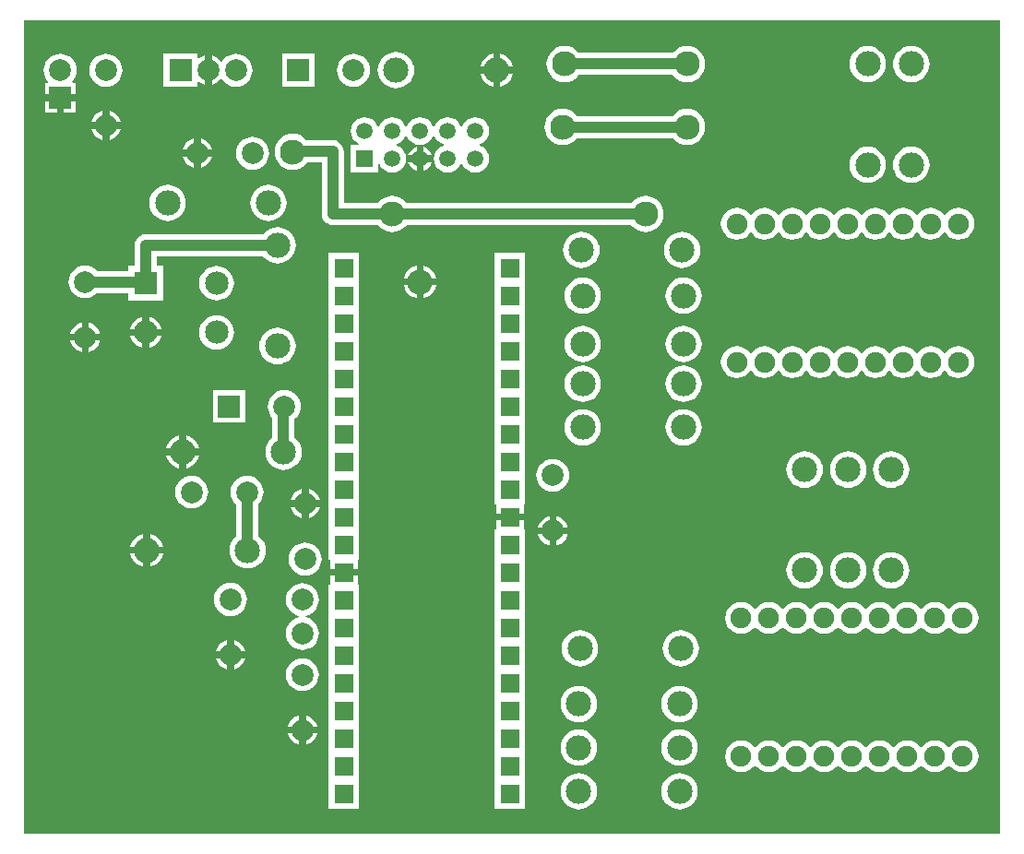
<source format=gbr>
%TF.GenerationSoftware,Altium Limited,Altium Designer,18.1.7 (191)*%
G04 Layer_Physical_Order=1*
G04 Layer_Color=255*
%FSLAX26Y26*%
%MOIN*%
%TF.FileFunction,Copper,L1,Top,Signal*%
%TF.Part,Single*%
G01*
G75*
%TA.AperFunction,Conductor*%
%ADD10C,0.039370*%
%TA.AperFunction,ComponentPad*%
%ADD11C,0.078740*%
%ADD12R,0.082680X0.082680*%
%ADD13C,0.091000*%
%ADD14R,0.069000X0.069000*%
%ADD15C,0.074800*%
%ADD16R,0.078740X0.078740*%
%ADD17C,0.059055*%
%ADD18R,0.059055X0.059055*%
%ADD19C,0.084650*%
%ADD20R,0.084650X0.084650*%
%ADD21R,0.078740X0.078740*%
%TA.AperFunction,ViaPad*%
%ADD22C,0.090550*%
G36*
X3544609Y20391D02*
X20391D01*
Y2960000D01*
X3544609D01*
Y20391D01*
D02*
G37*
%LPC*%
G36*
X2415000Y2867591D02*
X2402204Y2866331D01*
X2389899Y2862598D01*
X2378560Y2856537D01*
X2368620Y2848380D01*
X2363407Y2842027D01*
X2023776D01*
X2018563Y2848380D01*
X2008623Y2856537D01*
X1997284Y2862598D01*
X1984979Y2866331D01*
X1972183Y2867591D01*
X1959387Y2866331D01*
X1947083Y2862598D01*
X1935743Y2856537D01*
X1925803Y2848380D01*
X1917646Y2838440D01*
X1911585Y2827101D01*
X1907853Y2814796D01*
X1906592Y2802000D01*
X1907853Y2789204D01*
X1911585Y2776899D01*
X1917646Y2765560D01*
X1925803Y2755620D01*
X1935743Y2747463D01*
X1947083Y2741402D01*
X1959387Y2737669D01*
X1972183Y2736409D01*
X1984979Y2737669D01*
X1997284Y2741402D01*
X2008623Y2747463D01*
X2018563Y2755620D01*
X2023776Y2761973D01*
X2363407D01*
X2368620Y2755620D01*
X2378560Y2747463D01*
X2389899Y2741402D01*
X2402204Y2737669D01*
X2415000Y2736409D01*
X2427796Y2737669D01*
X2440101Y2741402D01*
X2451440Y2747463D01*
X2461380Y2755620D01*
X2469537Y2765560D01*
X2475598Y2776899D01*
X2479331Y2789204D01*
X2480591Y2802000D01*
X2479331Y2814796D01*
X2475598Y2827101D01*
X2469537Y2838440D01*
X2461380Y2848380D01*
X2451440Y2856537D01*
X2440101Y2862598D01*
X2427796Y2866331D01*
X2415000Y2867591D01*
D02*
G37*
G36*
X785000Y2839657D02*
X773361Y2838511D01*
X762170Y2835116D01*
X751856Y2829603D01*
X742816Y2822184D01*
X735397Y2813144D01*
X734576Y2811607D01*
X729592Y2811199D01*
X723777Y2818777D01*
X712420Y2827492D01*
X699193Y2832971D01*
X697500Y2833193D01*
Y2780000D01*
Y2726807D01*
X699193Y2727029D01*
X712420Y2732508D01*
X723777Y2741223D01*
X729592Y2748801D01*
X734576Y2748393D01*
X735397Y2746856D01*
X742816Y2737816D01*
X751856Y2730397D01*
X762170Y2724884D01*
X773361Y2721489D01*
X785000Y2720343D01*
X796639Y2721489D01*
X807830Y2724884D01*
X818144Y2730397D01*
X827184Y2737816D01*
X834603Y2746856D01*
X840116Y2757170D01*
X843511Y2768361D01*
X844657Y2780000D01*
X843511Y2791639D01*
X840116Y2802830D01*
X834603Y2813144D01*
X827184Y2822184D01*
X818144Y2829603D01*
X807830Y2835116D01*
X796639Y2838511D01*
X785000Y2839657D01*
D02*
G37*
G36*
X1739500Y2839430D02*
Y2792500D01*
X1786430D01*
X1783165Y2803264D01*
X1777547Y2813775D01*
X1769987Y2822987D01*
X1760775Y2830547D01*
X1750264Y2836165D01*
X1739500Y2839430D01*
D02*
G37*
G36*
X1714500D02*
X1703736Y2836165D01*
X1693225Y2830547D01*
X1684013Y2822987D01*
X1676453Y2813775D01*
X1670835Y2803264D01*
X1667570Y2792500D01*
X1714500D01*
Y2839430D01*
D02*
G37*
G36*
X3225000Y2867817D02*
X3212160Y2866552D01*
X3199813Y2862807D01*
X3188434Y2856725D01*
X3178460Y2848540D01*
X3170275Y2838566D01*
X3164193Y2827187D01*
X3160448Y2814840D01*
X3159183Y2802000D01*
X3160448Y2789160D01*
X3164193Y2776813D01*
X3170275Y2765434D01*
X3178460Y2755460D01*
X3188434Y2747275D01*
X3199813Y2741193D01*
X3212160Y2737448D01*
X3225000Y2736183D01*
X3237840Y2737448D01*
X3250187Y2741193D01*
X3261566Y2747275D01*
X3271539Y2755460D01*
X3279725Y2765434D01*
X3285807Y2776813D01*
X3289552Y2789160D01*
X3290817Y2802000D01*
X3289552Y2814840D01*
X3285807Y2827187D01*
X3279725Y2838566D01*
X3271539Y2848540D01*
X3261566Y2856725D01*
X3250187Y2862807D01*
X3237840Y2866552D01*
X3225000Y2867817D01*
D02*
G37*
G36*
X3067308D02*
X3054467Y2866552D01*
X3042121Y2862807D01*
X3030742Y2856725D01*
X3020768Y2848540D01*
X3012583Y2838566D01*
X3006501Y2827187D01*
X3002755Y2814840D01*
X3001491Y2802000D01*
X3002755Y2789160D01*
X3006501Y2776813D01*
X3012583Y2765434D01*
X3020768Y2755460D01*
X3030742Y2747275D01*
X3042121Y2741193D01*
X3054467Y2737448D01*
X3067308Y2736183D01*
X3080148Y2737448D01*
X3092495Y2741193D01*
X3103874Y2747275D01*
X3113847Y2755460D01*
X3122032Y2765434D01*
X3128115Y2776813D01*
X3131860Y2789160D01*
X3133124Y2802000D01*
X3131860Y2814840D01*
X3128115Y2827187D01*
X3122032Y2838566D01*
X3113847Y2848540D01*
X3103874Y2856725D01*
X3092495Y2862807D01*
X3080148Y2866552D01*
X3067308Y2867817D01*
D02*
G37*
G36*
X646340Y2841340D02*
X523660D01*
Y2718660D01*
X646340D01*
Y2735480D01*
X650824Y2737692D01*
X657580Y2732508D01*
X670807Y2727029D01*
X672500Y2726807D01*
Y2780000D01*
Y2833193D01*
X670807Y2832971D01*
X657580Y2827492D01*
X650824Y2822308D01*
X646340Y2824520D01*
Y2841340D01*
D02*
G37*
G36*
X1069370Y2839370D02*
X950630D01*
Y2720630D01*
X1069370D01*
Y2839370D01*
D02*
G37*
G36*
X1786430Y2767500D02*
X1739500D01*
Y2720570D01*
X1750264Y2723835D01*
X1760775Y2729453D01*
X1769987Y2737013D01*
X1777547Y2746225D01*
X1783165Y2756736D01*
X1786430Y2767500D01*
D02*
G37*
G36*
X1714500D02*
X1667570D01*
X1670835Y2756736D01*
X1676453Y2746225D01*
X1684013Y2737013D01*
X1693225Y2729453D01*
X1703736Y2723835D01*
X1714500Y2720570D01*
Y2767500D01*
D02*
G37*
G36*
X1210000Y2839657D02*
X1198361Y2838511D01*
X1187170Y2835116D01*
X1176856Y2829603D01*
X1167816Y2822184D01*
X1160397Y2813144D01*
X1154884Y2802830D01*
X1151489Y2791639D01*
X1150343Y2780000D01*
X1151489Y2768361D01*
X1154884Y2757170D01*
X1160397Y2746856D01*
X1167816Y2737816D01*
X1176856Y2730397D01*
X1187170Y2724884D01*
X1198361Y2721489D01*
X1210000Y2720343D01*
X1221639Y2721489D01*
X1232830Y2724884D01*
X1243144Y2730397D01*
X1252184Y2737816D01*
X1259603Y2746856D01*
X1265116Y2757170D01*
X1268511Y2768361D01*
X1269657Y2780000D01*
X1268511Y2791639D01*
X1265116Y2802830D01*
X1259603Y2813144D01*
X1252184Y2822184D01*
X1243144Y2829603D01*
X1232830Y2835116D01*
X1221639Y2838511D01*
X1210000Y2839657D01*
D02*
G37*
G36*
X315000D02*
X303361Y2838511D01*
X292170Y2835116D01*
X281856Y2829603D01*
X272816Y2822184D01*
X265397Y2813144D01*
X259884Y2802830D01*
X256489Y2791639D01*
X255343Y2780000D01*
X256489Y2768361D01*
X259884Y2757170D01*
X265397Y2746856D01*
X272816Y2737816D01*
X281856Y2730397D01*
X292170Y2724884D01*
X303361Y2721489D01*
X315000Y2720343D01*
X326639Y2721489D01*
X337830Y2724884D01*
X348144Y2730397D01*
X357184Y2737816D01*
X364603Y2746856D01*
X370116Y2757170D01*
X373511Y2768361D01*
X374657Y2780000D01*
X373511Y2791639D01*
X370116Y2802830D01*
X364603Y2813144D01*
X357184Y2822184D01*
X348144Y2829603D01*
X337830Y2835116D01*
X326639Y2838511D01*
X315000Y2839657D01*
D02*
G37*
G36*
X1363000Y2845817D02*
X1350160Y2844552D01*
X1337813Y2840807D01*
X1326434Y2834725D01*
X1316460Y2826540D01*
X1308275Y2816566D01*
X1302193Y2805187D01*
X1298448Y2792840D01*
X1297183Y2780000D01*
X1298448Y2767160D01*
X1302193Y2754813D01*
X1308275Y2743434D01*
X1316460Y2733460D01*
X1326434Y2725275D01*
X1337813Y2719193D01*
X1350160Y2715448D01*
X1363000Y2714183D01*
X1375840Y2715448D01*
X1388187Y2719193D01*
X1399566Y2725275D01*
X1409540Y2733460D01*
X1417725Y2743434D01*
X1423807Y2754813D01*
X1427552Y2767160D01*
X1428817Y2780000D01*
X1427552Y2792840D01*
X1423807Y2805187D01*
X1417725Y2816566D01*
X1409540Y2826540D01*
X1399566Y2834725D01*
X1388187Y2840807D01*
X1375840Y2844552D01*
X1363000Y2845817D01*
D02*
G37*
G36*
X150000Y2839657D02*
X138361Y2838511D01*
X127170Y2835116D01*
X116856Y2829603D01*
X107816Y2822184D01*
X100397Y2813144D01*
X94884Y2802830D01*
X91489Y2791639D01*
X90343Y2780000D01*
X91489Y2768361D01*
X94884Y2757170D01*
X100397Y2746856D01*
X106540Y2739370D01*
X104463Y2734370D01*
X95630D01*
Y2692500D01*
X150000D01*
X204370D01*
Y2734370D01*
X195537D01*
X193459Y2739370D01*
X199603Y2746856D01*
X205116Y2757170D01*
X208511Y2768361D01*
X209657Y2780000D01*
X208511Y2791639D01*
X205116Y2802830D01*
X199603Y2813144D01*
X192184Y2822184D01*
X183144Y2829603D01*
X172830Y2835116D01*
X161639Y2838511D01*
X150000Y2839657D01*
D02*
G37*
G36*
X204370Y2667500D02*
X162500D01*
Y2625630D01*
X204370D01*
Y2667500D01*
D02*
G37*
G36*
X137500D02*
X95630D01*
Y2625630D01*
X137500D01*
Y2667500D01*
D02*
G37*
G36*
X2415000Y2640591D02*
X2402204Y2639331D01*
X2389899Y2635598D01*
X2378560Y2629537D01*
X2368620Y2621380D01*
X2363407Y2615027D01*
X2016593D01*
X2011380Y2621380D01*
X2001440Y2629537D01*
X1990101Y2635598D01*
X1977796Y2639331D01*
X1965000Y2640591D01*
X1952204Y2639331D01*
X1939899Y2635598D01*
X1928560Y2629537D01*
X1918620Y2621380D01*
X1910463Y2611440D01*
X1904402Y2600101D01*
X1900669Y2587796D01*
X1899409Y2575000D01*
X1900669Y2562204D01*
X1904402Y2549899D01*
X1910463Y2538560D01*
X1918620Y2528620D01*
X1928560Y2520463D01*
X1939899Y2514402D01*
X1952204Y2510669D01*
X1965000Y2509409D01*
X1977796Y2510669D01*
X1990101Y2514402D01*
X2001440Y2520463D01*
X2011380Y2528620D01*
X2016593Y2534973D01*
X2363407D01*
X2368620Y2528620D01*
X2378560Y2520463D01*
X2389899Y2514402D01*
X2402204Y2510669D01*
X2415000Y2509409D01*
X2427796Y2510669D01*
X2440101Y2514402D01*
X2451440Y2520463D01*
X2461380Y2528620D01*
X2469537Y2538560D01*
X2475598Y2549899D01*
X2479331Y2562204D01*
X2480591Y2575000D01*
X2479331Y2587796D01*
X2475598Y2600101D01*
X2469537Y2611440D01*
X2461380Y2621380D01*
X2451440Y2629537D01*
X2440101Y2635598D01*
X2427796Y2639331D01*
X2415000Y2640591D01*
D02*
G37*
G36*
X327500Y2633193D02*
Y2592500D01*
X368193D01*
X367971Y2594193D01*
X362492Y2607420D01*
X353777Y2618777D01*
X342420Y2627492D01*
X329193Y2632971D01*
X327500Y2633193D01*
D02*
G37*
G36*
X302500D02*
X300807Y2632971D01*
X287580Y2627492D01*
X276223Y2618777D01*
X267508Y2607420D01*
X262029Y2594193D01*
X261807Y2592500D01*
X302500D01*
Y2633193D01*
D02*
G37*
G36*
X1650000Y2609955D02*
X1637071Y2608253D01*
X1625023Y2603262D01*
X1614677Y2595323D01*
X1606738Y2584977D01*
X1602706Y2575244D01*
X1597294D01*
X1593262Y2584977D01*
X1585323Y2595323D01*
X1574977Y2603262D01*
X1562929Y2608253D01*
X1550000Y2609955D01*
X1537071Y2608253D01*
X1525023Y2603262D01*
X1514677Y2595323D01*
X1506738Y2584977D01*
X1502706Y2575244D01*
X1497294D01*
X1493262Y2584977D01*
X1485323Y2595323D01*
X1474977Y2603262D01*
X1462929Y2608253D01*
X1450000Y2609955D01*
X1437071Y2608253D01*
X1425023Y2603262D01*
X1414677Y2595323D01*
X1406738Y2584977D01*
X1402706Y2575244D01*
X1397294D01*
X1393262Y2584977D01*
X1385323Y2595323D01*
X1374977Y2603262D01*
X1362929Y2608253D01*
X1350000Y2609955D01*
X1337071Y2608253D01*
X1325023Y2603262D01*
X1314677Y2595323D01*
X1306738Y2584977D01*
X1302706Y2575244D01*
X1297294D01*
X1293262Y2584977D01*
X1285323Y2595323D01*
X1274977Y2603262D01*
X1262929Y2608253D01*
X1250000Y2609955D01*
X1237071Y2608253D01*
X1225023Y2603262D01*
X1214677Y2595323D01*
X1206738Y2584977D01*
X1201747Y2572929D01*
X1200045Y2560000D01*
X1201747Y2547071D01*
X1206738Y2535023D01*
X1214677Y2524677D01*
X1225023Y2516738D01*
X1230359Y2514528D01*
X1229364Y2509528D01*
X1200473D01*
Y2410472D01*
X1299527D01*
Y2439364D01*
X1304527Y2440359D01*
X1306738Y2435023D01*
X1314677Y2424677D01*
X1325023Y2416738D01*
X1337071Y2411747D01*
X1350000Y2410045D01*
X1362929Y2411747D01*
X1374977Y2416738D01*
X1385323Y2424677D01*
X1393262Y2435023D01*
X1398253Y2447071D01*
X1399955Y2460000D01*
X1398253Y2472929D01*
X1393262Y2484977D01*
X1385323Y2495323D01*
X1374977Y2503262D01*
X1365244Y2507294D01*
Y2512706D01*
X1374977Y2516738D01*
X1385323Y2524677D01*
X1393262Y2535023D01*
X1397294Y2544756D01*
X1402706D01*
X1406738Y2535023D01*
X1414677Y2524677D01*
X1425023Y2516738D01*
X1437071Y2511747D01*
X1450000Y2510045D01*
X1462929Y2511747D01*
X1474977Y2516738D01*
X1485323Y2524677D01*
X1493262Y2535023D01*
X1497294Y2544756D01*
X1502706D01*
X1506738Y2535023D01*
X1514677Y2524677D01*
X1525023Y2516738D01*
X1534756Y2512706D01*
Y2507294D01*
X1525023Y2503262D01*
X1514677Y2495323D01*
X1506738Y2484977D01*
X1501747Y2472929D01*
X1500045Y2460000D01*
X1501747Y2447071D01*
X1506738Y2435023D01*
X1514677Y2424677D01*
X1525023Y2416738D01*
X1537071Y2411747D01*
X1550000Y2410045D01*
X1562929Y2411747D01*
X1574977Y2416738D01*
X1585323Y2424677D01*
X1593262Y2435023D01*
X1597294Y2444756D01*
X1602706D01*
X1606738Y2435023D01*
X1614677Y2424677D01*
X1625023Y2416738D01*
X1637071Y2411747D01*
X1650000Y2410045D01*
X1662929Y2411747D01*
X1674977Y2416738D01*
X1685323Y2424677D01*
X1693262Y2435023D01*
X1698253Y2447071D01*
X1699955Y2460000D01*
X1698253Y2472929D01*
X1693262Y2484977D01*
X1685323Y2495323D01*
X1674977Y2503262D01*
X1665244Y2507294D01*
Y2512706D01*
X1674977Y2516738D01*
X1685323Y2524677D01*
X1693262Y2535023D01*
X1698253Y2547071D01*
X1699955Y2560000D01*
X1698253Y2572929D01*
X1693262Y2584977D01*
X1685323Y2595323D01*
X1674977Y2603262D01*
X1662929Y2608253D01*
X1650000Y2609955D01*
D02*
G37*
G36*
X368193Y2567500D02*
X327500D01*
Y2526807D01*
X329193Y2527029D01*
X342420Y2532508D01*
X353777Y2541223D01*
X362492Y2552580D01*
X367971Y2565807D01*
X368193Y2567500D01*
D02*
G37*
G36*
X302500D02*
X261807D01*
X262029Y2565807D01*
X267508Y2552580D01*
X276223Y2541223D01*
X287580Y2532508D01*
X300807Y2527029D01*
X302500Y2526807D01*
Y2567500D01*
D02*
G37*
G36*
X657500Y2533193D02*
Y2492500D01*
X698193D01*
X697971Y2494193D01*
X692492Y2507420D01*
X683777Y2518777D01*
X672420Y2527492D01*
X659193Y2532971D01*
X657500Y2533193D01*
D02*
G37*
G36*
X632500D02*
X630807Y2532971D01*
X617580Y2527492D01*
X606223Y2518777D01*
X597508Y2507420D01*
X592029Y2494193D01*
X591807Y2492500D01*
X632500D01*
Y2533193D01*
D02*
G37*
G36*
X1462500Y2503019D02*
Y2472500D01*
X1493018D01*
X1488895Y2482456D01*
X1481757Y2491757D01*
X1472456Y2498895D01*
X1462500Y2503019D01*
D02*
G37*
G36*
X1437500D02*
X1427544Y2498895D01*
X1418243Y2491757D01*
X1411105Y2482456D01*
X1406982Y2472500D01*
X1437500D01*
Y2503019D01*
D02*
G37*
G36*
X698193Y2467500D02*
X657500D01*
Y2426807D01*
X659193Y2427029D01*
X672420Y2432508D01*
X683777Y2441223D01*
X692492Y2452580D01*
X697971Y2465807D01*
X698193Y2467500D01*
D02*
G37*
G36*
X632500D02*
X591807D01*
X592029Y2465807D01*
X597508Y2452580D01*
X606223Y2441223D01*
X617580Y2432508D01*
X630807Y2427029D01*
X632500Y2426807D01*
Y2467500D01*
D02*
G37*
G36*
X845000Y2539657D02*
X833361Y2538511D01*
X822170Y2535116D01*
X811856Y2529603D01*
X802816Y2522184D01*
X795397Y2513144D01*
X789884Y2502830D01*
X786489Y2491639D01*
X785343Y2480000D01*
X786489Y2468361D01*
X789884Y2457170D01*
X795397Y2446856D01*
X802816Y2437816D01*
X811856Y2430397D01*
X822170Y2424884D01*
X833361Y2421489D01*
X845000Y2420343D01*
X856639Y2421489D01*
X867830Y2424884D01*
X878144Y2430397D01*
X887184Y2437816D01*
X894603Y2446856D01*
X900116Y2457170D01*
X903511Y2468361D01*
X904657Y2480000D01*
X903511Y2491639D01*
X900116Y2502830D01*
X894603Y2513144D01*
X887184Y2522184D01*
X878144Y2529603D01*
X867830Y2535116D01*
X856639Y2538511D01*
X845000Y2539657D01*
D02*
G37*
G36*
X1493018Y2447500D02*
X1462500D01*
Y2416981D01*
X1472456Y2421105D01*
X1481757Y2428243D01*
X1488895Y2437544D01*
X1493018Y2447500D01*
D02*
G37*
G36*
X1437500D02*
X1406982D01*
X1411105Y2437544D01*
X1418243Y2428243D01*
X1427544Y2421105D01*
X1437500Y2416981D01*
Y2447500D01*
D02*
G37*
G36*
X3225000Y2503817D02*
X3212160Y2502552D01*
X3199813Y2498807D01*
X3188434Y2492725D01*
X3178460Y2484540D01*
X3170275Y2474566D01*
X3164193Y2463187D01*
X3160448Y2450840D01*
X3159183Y2438000D01*
X3160448Y2425160D01*
X3164193Y2412813D01*
X3170275Y2401434D01*
X3178460Y2391460D01*
X3188434Y2383275D01*
X3199813Y2377193D01*
X3212160Y2373448D01*
X3225000Y2372183D01*
X3237840Y2373448D01*
X3250187Y2377193D01*
X3261566Y2383275D01*
X3271539Y2391460D01*
X3279725Y2401434D01*
X3285807Y2412813D01*
X3289552Y2425160D01*
X3290817Y2438000D01*
X3289552Y2450840D01*
X3285807Y2463187D01*
X3279725Y2474566D01*
X3271539Y2484540D01*
X3261566Y2492725D01*
X3250187Y2498807D01*
X3237840Y2502552D01*
X3225000Y2503817D01*
D02*
G37*
G36*
X3067308D02*
X3054467Y2502552D01*
X3042121Y2498807D01*
X3030742Y2492725D01*
X3020768Y2484540D01*
X3012583Y2474566D01*
X3006501Y2463187D01*
X3002755Y2450840D01*
X3001491Y2438000D01*
X3002755Y2425160D01*
X3006501Y2412813D01*
X3012583Y2401434D01*
X3020768Y2391460D01*
X3030742Y2383275D01*
X3042121Y2377193D01*
X3054467Y2373448D01*
X3067308Y2372183D01*
X3080148Y2373448D01*
X3092495Y2377193D01*
X3103874Y2383275D01*
X3113847Y2391460D01*
X3122032Y2401434D01*
X3128115Y2412813D01*
X3131860Y2425160D01*
X3133124Y2438000D01*
X3131860Y2450840D01*
X3128115Y2463187D01*
X3122032Y2474566D01*
X3113847Y2484540D01*
X3103874Y2492725D01*
X3092495Y2498807D01*
X3080148Y2502552D01*
X3067308Y2503817D01*
D02*
G37*
G36*
X3195000Y2282896D02*
X3180016Y2280924D01*
X3166052Y2275140D01*
X3154062Y2265939D01*
X3147500Y2257388D01*
X3142500D01*
X3135938Y2265939D01*
X3123948Y2275140D01*
X3109984Y2280924D01*
X3095000Y2282896D01*
X3080016Y2280924D01*
X3066052Y2275140D01*
X3054062Y2265939D01*
X3047500Y2257388D01*
X3042500D01*
X3035938Y2265939D01*
X3023948Y2275140D01*
X3009984Y2280924D01*
X2995000Y2282896D01*
X2980016Y2280924D01*
X2966052Y2275140D01*
X2954062Y2265939D01*
X2947435Y2257303D01*
X2942435D01*
X2935808Y2265939D01*
X2923818Y2275140D01*
X2909854Y2280924D01*
X2894870Y2282896D01*
X2879886Y2280924D01*
X2865922Y2275140D01*
X2853932Y2265939D01*
X2847420Y2257452D01*
X2842420D01*
X2835938Y2265899D01*
X2823948Y2275100D01*
X2809984Y2280884D01*
X2795000Y2282856D01*
X2780016Y2280884D01*
X2766052Y2275100D01*
X2754062Y2265899D01*
X2747435Y2257263D01*
X2742435D01*
X2735808Y2265899D01*
X2723818Y2275100D01*
X2709854Y2280884D01*
X2694870Y2282856D01*
X2679886Y2280884D01*
X2665922Y2275100D01*
X2653932Y2265899D01*
X2647450Y2257452D01*
X2642450D01*
X2635938Y2265939D01*
X2623948Y2275140D01*
X2609984Y2280924D01*
X2595000Y2282896D01*
X2580016Y2280924D01*
X2566052Y2275140D01*
X2554062Y2265939D01*
X2544861Y2253949D01*
X2539077Y2239985D01*
X2537105Y2225001D01*
X2539077Y2210017D01*
X2544861Y2196053D01*
X2554062Y2184063D01*
X2566052Y2174862D01*
X2580016Y2169078D01*
X2595000Y2167106D01*
X2609984Y2169078D01*
X2623948Y2174862D01*
X2635938Y2184063D01*
X2642420Y2192510D01*
X2647420D01*
X2653932Y2184023D01*
X2665922Y2174822D01*
X2679886Y2169038D01*
X2694870Y2167066D01*
X2709854Y2169038D01*
X2723818Y2174822D01*
X2735808Y2184023D01*
X2742435Y2192659D01*
X2747435D01*
X2754062Y2184023D01*
X2766052Y2174822D01*
X2780016Y2169038D01*
X2795000Y2167066D01*
X2809984Y2169038D01*
X2823948Y2174822D01*
X2835938Y2184023D01*
X2842450Y2192510D01*
X2847450D01*
X2853932Y2184063D01*
X2865922Y2174862D01*
X2879886Y2169078D01*
X2894870Y2167106D01*
X2909854Y2169078D01*
X2923818Y2174862D01*
X2935808Y2184063D01*
X2942435Y2192699D01*
X2947435D01*
X2954062Y2184063D01*
X2966052Y2174862D01*
X2980016Y2169078D01*
X2995000Y2167106D01*
X3009984Y2169078D01*
X3023948Y2174862D01*
X3035938Y2184063D01*
X3042500Y2192614D01*
X3047500D01*
X3054062Y2184063D01*
X3066052Y2174862D01*
X3080016Y2169078D01*
X3095000Y2167106D01*
X3109984Y2169078D01*
X3123948Y2174862D01*
X3135938Y2184063D01*
X3142500Y2192614D01*
X3147500D01*
X3154062Y2184063D01*
X3166052Y2174862D01*
X3180016Y2169078D01*
X3195000Y2167106D01*
X3209984Y2169078D01*
X3223948Y2174862D01*
X3235938Y2184063D01*
X3242420Y2192510D01*
X3247420D01*
X3253932Y2184023D01*
X3265922Y2174822D01*
X3279886Y2169038D01*
X3294870Y2167066D01*
X3309854Y2169038D01*
X3323818Y2174822D01*
X3335808Y2184023D01*
X3342435Y2192659D01*
X3347435D01*
X3354062Y2184023D01*
X3366052Y2174822D01*
X3380016Y2169038D01*
X3395000Y2167066D01*
X3409984Y2169038D01*
X3423948Y2174822D01*
X3435938Y2184023D01*
X3445139Y2196013D01*
X3450923Y2209977D01*
X3452895Y2224961D01*
X3450923Y2239945D01*
X3445139Y2253909D01*
X3435938Y2265899D01*
X3423948Y2275100D01*
X3409984Y2280884D01*
X3395000Y2282856D01*
X3380016Y2280884D01*
X3366052Y2275100D01*
X3354062Y2265899D01*
X3347435Y2257263D01*
X3342435D01*
X3335808Y2265899D01*
X3323818Y2275100D01*
X3309854Y2280884D01*
X3294870Y2282856D01*
X3279886Y2280884D01*
X3265922Y2275100D01*
X3253932Y2265899D01*
X3247450Y2257452D01*
X3242450D01*
X3235938Y2265939D01*
X3223948Y2275140D01*
X3209984Y2280924D01*
X3195000Y2282896D01*
D02*
G37*
G36*
X902000Y2365817D02*
X889160Y2364552D01*
X876813Y2360807D01*
X865434Y2354725D01*
X855460Y2346540D01*
X847275Y2336566D01*
X841193Y2325187D01*
X837448Y2312840D01*
X836183Y2300000D01*
X837448Y2287160D01*
X841193Y2274813D01*
X847275Y2263434D01*
X855460Y2253460D01*
X865434Y2245275D01*
X876813Y2239193D01*
X889160Y2235448D01*
X902000Y2234183D01*
X914840Y2235448D01*
X927187Y2239193D01*
X938566Y2245275D01*
X948540Y2253460D01*
X956725Y2263434D01*
X962807Y2274813D01*
X966552Y2287160D01*
X967817Y2300000D01*
X966552Y2312840D01*
X962807Y2325187D01*
X956725Y2336566D01*
X948540Y2346540D01*
X938566Y2354725D01*
X927187Y2360807D01*
X914840Y2364552D01*
X902000Y2365817D01*
D02*
G37*
G36*
X538000D02*
X525160Y2364552D01*
X512813Y2360807D01*
X501434Y2354725D01*
X491460Y2346540D01*
X483275Y2336566D01*
X477193Y2325187D01*
X473448Y2312840D01*
X472183Y2300000D01*
X473448Y2287160D01*
X477193Y2274813D01*
X483275Y2263434D01*
X491460Y2253460D01*
X501434Y2245275D01*
X512813Y2239193D01*
X525160Y2235448D01*
X538000Y2234183D01*
X550840Y2235448D01*
X563187Y2239193D01*
X574566Y2245275D01*
X584540Y2253460D01*
X592725Y2263434D01*
X598807Y2274813D01*
X602552Y2287160D01*
X603817Y2300000D01*
X602552Y2312840D01*
X598807Y2325187D01*
X592725Y2336566D01*
X584540Y2346540D01*
X574566Y2354725D01*
X563187Y2360807D01*
X550840Y2364552D01*
X538000Y2365817D01*
D02*
G37*
G36*
X990000Y2550591D02*
X977204Y2549331D01*
X964899Y2545598D01*
X953560Y2539537D01*
X943620Y2531380D01*
X935463Y2521440D01*
X929402Y2510101D01*
X925669Y2497796D01*
X924409Y2485000D01*
X925669Y2472204D01*
X929402Y2459899D01*
X935463Y2448560D01*
X943620Y2438620D01*
X953560Y2430463D01*
X964899Y2424402D01*
X977204Y2420669D01*
X990000Y2419409D01*
X1002796Y2420669D01*
X1015101Y2424402D01*
X1026440Y2430463D01*
X1036380Y2438620D01*
X1043139Y2446856D01*
X1094973D01*
Y2260000D01*
X1096336Y2249640D01*
X1100335Y2239986D01*
X1106696Y2231696D01*
X1114986Y2225335D01*
X1124640Y2221336D01*
X1135000Y2219973D01*
X1298407D01*
X1303620Y2213620D01*
X1313560Y2205463D01*
X1324899Y2199402D01*
X1337204Y2195669D01*
X1350000Y2194409D01*
X1362796Y2195669D01*
X1375101Y2199402D01*
X1386440Y2205463D01*
X1396380Y2213620D01*
X1401593Y2219973D01*
X2213407D01*
X2218620Y2213620D01*
X2228560Y2205463D01*
X2239899Y2199402D01*
X2252204Y2195669D01*
X2265000Y2194409D01*
X2277796Y2195669D01*
X2290101Y2199402D01*
X2301440Y2205463D01*
X2311380Y2213620D01*
X2319537Y2223560D01*
X2325598Y2234899D01*
X2329331Y2247204D01*
X2330591Y2260000D01*
X2329331Y2272796D01*
X2325598Y2285101D01*
X2319537Y2296440D01*
X2311380Y2306380D01*
X2301440Y2314537D01*
X2290101Y2320598D01*
X2277796Y2324331D01*
X2265000Y2325591D01*
X2252204Y2324331D01*
X2239899Y2320598D01*
X2228560Y2314537D01*
X2218620Y2306380D01*
X2213407Y2300027D01*
X1401593D01*
X1396380Y2306380D01*
X1386440Y2314537D01*
X1375101Y2320598D01*
X1362796Y2324331D01*
X1350000Y2325591D01*
X1337204Y2324331D01*
X1324899Y2320598D01*
X1313560Y2314537D01*
X1303620Y2306380D01*
X1298407Y2300027D01*
X1175027D01*
Y2486884D01*
X1173664Y2497244D01*
X1169665Y2506898D01*
X1163304Y2515188D01*
X1155014Y2521549D01*
X1145360Y2525547D01*
X1135000Y2526911D01*
X1040047D01*
X1036380Y2531380D01*
X1026440Y2539537D01*
X1015101Y2545598D01*
X1002796Y2549331D01*
X990000Y2550591D01*
D02*
G37*
G36*
X935000Y2212817D02*
X922160Y2211552D01*
X909813Y2207807D01*
X898434Y2201725D01*
X888460Y2193540D01*
X883116Y2187027D01*
X459000D01*
X448640Y2185664D01*
X438986Y2181665D01*
X430696Y2175304D01*
X424335Y2167014D01*
X420337Y2157360D01*
X418973Y2147000D01*
Y2072325D01*
X396675D01*
Y2055027D01*
X283954D01*
X282184Y2057184D01*
X273144Y2064603D01*
X262830Y2070116D01*
X251639Y2073511D01*
X240000Y2074657D01*
X228361Y2073511D01*
X217170Y2070116D01*
X206856Y2064603D01*
X197816Y2057184D01*
X190397Y2048144D01*
X184884Y2037830D01*
X181489Y2026639D01*
X180343Y2015000D01*
X181489Y2003361D01*
X184884Y1992170D01*
X190397Y1981856D01*
X197816Y1972816D01*
X206856Y1965397D01*
X217170Y1959884D01*
X228361Y1956489D01*
X240000Y1955343D01*
X251639Y1956489D01*
X262830Y1959884D01*
X273144Y1965397D01*
X282184Y1972816D01*
X283954Y1974973D01*
X396675D01*
Y1947675D01*
X521325D01*
Y2072325D01*
X499027D01*
Y2106973D01*
X883116D01*
X888460Y2100460D01*
X898434Y2092275D01*
X909813Y2086193D01*
X922160Y2082448D01*
X935000Y2081183D01*
X947840Y2082448D01*
X960187Y2086193D01*
X971566Y2092275D01*
X981540Y2100460D01*
X989725Y2110434D01*
X995807Y2121813D01*
X999552Y2134160D01*
X1000817Y2147000D01*
X999552Y2159840D01*
X995807Y2172187D01*
X989725Y2183566D01*
X981540Y2193540D01*
X971566Y2201725D01*
X960187Y2207807D01*
X947840Y2211552D01*
X935000Y2212817D01*
D02*
G37*
G36*
X2397000Y2195817D02*
X2384160Y2194552D01*
X2371813Y2190807D01*
X2360434Y2184725D01*
X2350460Y2176540D01*
X2342275Y2166566D01*
X2336193Y2155187D01*
X2332448Y2142840D01*
X2331183Y2130000D01*
X2332448Y2117160D01*
X2336193Y2104813D01*
X2342275Y2093434D01*
X2350460Y2083460D01*
X2360434Y2075275D01*
X2371813Y2069193D01*
X2384160Y2065448D01*
X2397000Y2064183D01*
X2409840Y2065448D01*
X2422187Y2069193D01*
X2433566Y2075275D01*
X2443540Y2083460D01*
X2451725Y2093434D01*
X2457807Y2104813D01*
X2461552Y2117160D01*
X2462817Y2130000D01*
X2461552Y2142840D01*
X2457807Y2155187D01*
X2451725Y2166566D01*
X2443540Y2176540D01*
X2433566Y2184725D01*
X2422187Y2190807D01*
X2409840Y2194552D01*
X2397000Y2195817D01*
D02*
G37*
G36*
X2033000D02*
X2020160Y2194552D01*
X2007813Y2190807D01*
X1996434Y2184725D01*
X1986460Y2176540D01*
X1978275Y2166566D01*
X1972193Y2155187D01*
X1968448Y2142840D01*
X1967183Y2130000D01*
X1968448Y2117160D01*
X1972193Y2104813D01*
X1978275Y2093434D01*
X1986460Y2083460D01*
X1996434Y2075275D01*
X2007813Y2069193D01*
X2020160Y2065448D01*
X2033000Y2064183D01*
X2045840Y2065448D01*
X2058187Y2069193D01*
X2069566Y2075275D01*
X2079540Y2083460D01*
X2087725Y2093434D01*
X2093807Y2104813D01*
X2097552Y2117160D01*
X2098817Y2130000D01*
X2097552Y2142840D01*
X2093807Y2155187D01*
X2087725Y2166566D01*
X2079540Y2176540D01*
X2069566Y2184725D01*
X2058187Y2190807D01*
X2045840Y2194552D01*
X2033000Y2195817D01*
D02*
G37*
G36*
X1462500Y2074195D02*
Y2027500D01*
X1509195D01*
X1505956Y2038178D01*
X1500359Y2048649D01*
X1492827Y2057827D01*
X1483649Y2065359D01*
X1473178Y2070956D01*
X1462500Y2074195D01*
D02*
G37*
G36*
X1437500D02*
X1426822Y2070956D01*
X1416351Y2065359D01*
X1407173Y2057827D01*
X1399641Y2048649D01*
X1394044Y2038178D01*
X1390805Y2027500D01*
X1437500D01*
Y2074195D01*
D02*
G37*
G36*
X1509195Y2002500D02*
X1462500D01*
Y1955805D01*
X1473178Y1959044D01*
X1483649Y1964641D01*
X1492827Y1972173D01*
X1500359Y1981351D01*
X1505956Y1991822D01*
X1509195Y2002500D01*
D02*
G37*
G36*
X1437500D02*
X1390805D01*
X1394044Y1991822D01*
X1399641Y1981351D01*
X1407173Y1972173D01*
X1416351Y1964641D01*
X1426822Y1959044D01*
X1437500Y1955805D01*
Y2002500D01*
D02*
G37*
G36*
X715000Y2072627D02*
X702782Y2071423D01*
X691034Y2067859D01*
X680207Y2062072D01*
X670716Y2054284D01*
X662928Y2044793D01*
X657141Y2033966D01*
X653577Y2022218D01*
X652373Y2010000D01*
X653577Y1997782D01*
X657141Y1986034D01*
X662928Y1975207D01*
X670716Y1965716D01*
X680207Y1957928D01*
X691034Y1952141D01*
X702782Y1948577D01*
X715000Y1947373D01*
X727218Y1948577D01*
X738966Y1952141D01*
X749793Y1957928D01*
X759284Y1965716D01*
X767072Y1975207D01*
X772859Y1986034D01*
X776423Y1997782D01*
X777627Y2010000D01*
X776423Y2022218D01*
X772859Y2033966D01*
X767072Y2044793D01*
X759284Y2054284D01*
X749793Y2062072D01*
X738966Y2067859D01*
X727218Y2071423D01*
X715000Y2072627D01*
D02*
G37*
G36*
X2402000Y2030817D02*
X2389160Y2029552D01*
X2376813Y2025807D01*
X2365434Y2019725D01*
X2355460Y2011540D01*
X2347275Y2001566D01*
X2341193Y1990187D01*
X2337448Y1977840D01*
X2336183Y1965000D01*
X2337448Y1952160D01*
X2341193Y1939813D01*
X2347275Y1928434D01*
X2355460Y1918460D01*
X2365434Y1910275D01*
X2376813Y1904193D01*
X2389160Y1900448D01*
X2402000Y1899183D01*
X2414840Y1900448D01*
X2427187Y1904193D01*
X2438566Y1910275D01*
X2448540Y1918460D01*
X2456725Y1928434D01*
X2462807Y1939813D01*
X2466552Y1952160D01*
X2467817Y1965000D01*
X2466552Y1977840D01*
X2462807Y1990187D01*
X2456725Y2001566D01*
X2448540Y2011540D01*
X2438566Y2019725D01*
X2427187Y2025807D01*
X2414840Y2029552D01*
X2402000Y2030817D01*
D02*
G37*
G36*
X2038000D02*
X2025160Y2029552D01*
X2012813Y2025807D01*
X2001434Y2019725D01*
X1991460Y2011540D01*
X1983275Y2001566D01*
X1977193Y1990187D01*
X1973448Y1977840D01*
X1972183Y1965000D01*
X1973448Y1952160D01*
X1977193Y1939813D01*
X1983275Y1928434D01*
X1991460Y1918460D01*
X2001434Y1910275D01*
X2012813Y1904193D01*
X2025160Y1900448D01*
X2038000Y1899183D01*
X2050840Y1900448D01*
X2063187Y1904193D01*
X2074566Y1910275D01*
X2084540Y1918460D01*
X2092725Y1928434D01*
X2098807Y1939813D01*
X2102552Y1952160D01*
X2103817Y1965000D01*
X2102552Y1977840D01*
X2098807Y1990187D01*
X2092725Y2001566D01*
X2084540Y2011540D01*
X2074566Y2019725D01*
X2063187Y2025807D01*
X2050840Y2029552D01*
X2038000Y2030817D01*
D02*
G37*
G36*
X471500Y1888174D02*
Y1844500D01*
X515174D01*
X514850Y1846965D01*
X509073Y1860910D01*
X499885Y1872885D01*
X487910Y1882073D01*
X473965Y1887850D01*
X471500Y1888174D01*
D02*
G37*
G36*
X446500D02*
X444035Y1887850D01*
X430090Y1882073D01*
X418115Y1872885D01*
X408927Y1860910D01*
X403151Y1846965D01*
X402826Y1844500D01*
X446500D01*
Y1888174D01*
D02*
G37*
G36*
X252500Y1868194D02*
Y1827500D01*
X293193D01*
X292971Y1829193D01*
X287492Y1842420D01*
X278777Y1853777D01*
X267420Y1862492D01*
X254193Y1867971D01*
X252500Y1868194D01*
D02*
G37*
G36*
X227500D02*
X225807Y1867971D01*
X212580Y1862492D01*
X201223Y1853777D01*
X192508Y1842420D01*
X187029Y1829193D01*
X186806Y1827500D01*
X227500D01*
Y1868194D01*
D02*
G37*
G36*
X515174Y1819500D02*
X471500D01*
Y1775826D01*
X473965Y1776150D01*
X487910Y1781927D01*
X499885Y1791115D01*
X509073Y1803090D01*
X514850Y1817035D01*
X515174Y1819500D01*
D02*
G37*
G36*
X446500D02*
X402826D01*
X403151Y1817035D01*
X408927Y1803090D01*
X418115Y1791115D01*
X430090Y1781927D01*
X444035Y1776150D01*
X446500Y1775826D01*
Y1819500D01*
D02*
G37*
G36*
X715000Y1894627D02*
X702782Y1893423D01*
X691034Y1889859D01*
X680207Y1884072D01*
X670716Y1876284D01*
X662928Y1866793D01*
X657141Y1855966D01*
X653577Y1844218D01*
X652373Y1832000D01*
X653577Y1819782D01*
X657141Y1808034D01*
X662928Y1797207D01*
X670716Y1787716D01*
X680207Y1779928D01*
X691034Y1774141D01*
X702782Y1770577D01*
X715000Y1769373D01*
X727218Y1770577D01*
X738966Y1774141D01*
X749793Y1779928D01*
X759284Y1787716D01*
X767072Y1797207D01*
X772859Y1808034D01*
X776423Y1819782D01*
X777627Y1832000D01*
X776423Y1844218D01*
X772859Y1855966D01*
X767072Y1866793D01*
X759284Y1876284D01*
X749793Y1884072D01*
X738966Y1889859D01*
X727218Y1893423D01*
X715000Y1894627D01*
D02*
G37*
G36*
X293193Y1802500D02*
X252500D01*
Y1761806D01*
X254193Y1762029D01*
X267420Y1767508D01*
X278777Y1776223D01*
X287492Y1787580D01*
X292971Y1800807D01*
X293193Y1802500D01*
D02*
G37*
G36*
X227500D02*
X186806D01*
X187029Y1800807D01*
X192508Y1787580D01*
X201223Y1776223D01*
X212580Y1767508D01*
X225807Y1762029D01*
X227500Y1761806D01*
Y1802500D01*
D02*
G37*
G36*
X3295000Y1782895D02*
X3280016Y1780923D01*
X3266052Y1775139D01*
X3254062Y1765938D01*
X3247500Y1757387D01*
X3242500D01*
X3235938Y1765938D01*
X3223948Y1775139D01*
X3209984Y1780923D01*
X3195000Y1782895D01*
X3180016Y1780923D01*
X3166052Y1775139D01*
X3154062Y1765938D01*
X3147485Y1757367D01*
X3142485D01*
X3135938Y1765899D01*
X3123948Y1775100D01*
X3109984Y1780884D01*
X3095000Y1782856D01*
X3080016Y1780884D01*
X3066052Y1775100D01*
X3054062Y1765899D01*
X3047515Y1757367D01*
X3042515D01*
X3035938Y1765938D01*
X3023948Y1775139D01*
X3009984Y1780923D01*
X2995000Y1782895D01*
X2980016Y1780923D01*
X2966052Y1775139D01*
X2954062Y1765938D01*
X2947500Y1757387D01*
X2942500D01*
X2935938Y1765938D01*
X2923948Y1775139D01*
X2909984Y1780923D01*
X2895000Y1782895D01*
X2880016Y1780923D01*
X2866052Y1775139D01*
X2854062Y1765938D01*
X2847500Y1757387D01*
X2842500D01*
X2835938Y1765938D01*
X2823948Y1775139D01*
X2809984Y1780923D01*
X2795000Y1782895D01*
X2780016Y1780923D01*
X2766052Y1775139D01*
X2754062Y1765938D01*
X2747435Y1757302D01*
X2742435D01*
X2735808Y1765938D01*
X2723818Y1775139D01*
X2709854Y1780923D01*
X2694870Y1782895D01*
X2679886Y1780923D01*
X2665922Y1775139D01*
X2653932Y1765938D01*
X2647370Y1757387D01*
X2642370D01*
X2635808Y1765938D01*
X2623818Y1775139D01*
X2609854Y1780923D01*
X2594870Y1782895D01*
X2579886Y1780923D01*
X2565922Y1775139D01*
X2553932Y1765938D01*
X2544731Y1753948D01*
X2538947Y1739984D01*
X2536975Y1725000D01*
X2538947Y1710016D01*
X2544731Y1696052D01*
X2553932Y1684062D01*
X2565922Y1674861D01*
X2579886Y1669077D01*
X2594870Y1667105D01*
X2609854Y1669077D01*
X2623818Y1674861D01*
X2635808Y1684062D01*
X2642370Y1692613D01*
X2647370D01*
X2653932Y1684062D01*
X2665922Y1674861D01*
X2679886Y1669077D01*
X2694870Y1667105D01*
X2709854Y1669077D01*
X2723818Y1674861D01*
X2735808Y1684062D01*
X2742435Y1692698D01*
X2747435D01*
X2754062Y1684062D01*
X2766052Y1674861D01*
X2780016Y1669077D01*
X2795000Y1667105D01*
X2809984Y1669077D01*
X2823948Y1674861D01*
X2835938Y1684062D01*
X2842500Y1692613D01*
X2847500D01*
X2854062Y1684062D01*
X2866052Y1674861D01*
X2880016Y1669077D01*
X2895000Y1667105D01*
X2909984Y1669077D01*
X2923948Y1674861D01*
X2935938Y1684062D01*
X2942500Y1692613D01*
X2947500D01*
X2954062Y1684062D01*
X2966052Y1674861D01*
X2980016Y1669077D01*
X2995000Y1667105D01*
X3009984Y1669077D01*
X3023948Y1674861D01*
X3035938Y1684062D01*
X3042485Y1692594D01*
X3047485D01*
X3054062Y1684023D01*
X3066052Y1674822D01*
X3080016Y1669038D01*
X3095000Y1667066D01*
X3109984Y1669038D01*
X3123948Y1674822D01*
X3135938Y1684023D01*
X3142515Y1692594D01*
X3147515D01*
X3154062Y1684062D01*
X3166052Y1674861D01*
X3180016Y1669077D01*
X3195000Y1667105D01*
X3209984Y1669077D01*
X3223948Y1674861D01*
X3235938Y1684062D01*
X3242500Y1692613D01*
X3247500D01*
X3254062Y1684062D01*
X3266052Y1674861D01*
X3280016Y1669077D01*
X3295000Y1667105D01*
X3309984Y1669077D01*
X3323948Y1674861D01*
X3335938Y1684062D01*
X3342420Y1692509D01*
X3347420D01*
X3353932Y1684023D01*
X3365922Y1674822D01*
X3379886Y1669038D01*
X3394870Y1667066D01*
X3409854Y1669038D01*
X3423818Y1674822D01*
X3435808Y1684023D01*
X3445009Y1696013D01*
X3450793Y1709977D01*
X3452765Y1724961D01*
X3450793Y1739945D01*
X3445009Y1753909D01*
X3435808Y1765899D01*
X3423818Y1775100D01*
X3409854Y1780884D01*
X3394870Y1782856D01*
X3379886Y1780884D01*
X3365922Y1775100D01*
X3353932Y1765899D01*
X3347450Y1757452D01*
X3342450D01*
X3335938Y1765938D01*
X3323948Y1775139D01*
X3309984Y1780923D01*
X3295000Y1782895D01*
D02*
G37*
G36*
X2402000Y1855817D02*
X2389160Y1854552D01*
X2376813Y1850807D01*
X2365434Y1844725D01*
X2355460Y1836540D01*
X2347275Y1826566D01*
X2341193Y1815187D01*
X2337448Y1802840D01*
X2336183Y1790000D01*
X2337448Y1777160D01*
X2341193Y1764813D01*
X2347275Y1753434D01*
X2355460Y1743460D01*
X2365434Y1735275D01*
X2376813Y1729193D01*
X2389160Y1725448D01*
X2402000Y1724183D01*
X2414840Y1725448D01*
X2427187Y1729193D01*
X2438566Y1735275D01*
X2448540Y1743460D01*
X2456725Y1753434D01*
X2462807Y1764813D01*
X2466552Y1777160D01*
X2467817Y1790000D01*
X2466552Y1802840D01*
X2462807Y1815187D01*
X2456725Y1826566D01*
X2448540Y1836540D01*
X2438566Y1844725D01*
X2427187Y1850807D01*
X2414840Y1854552D01*
X2402000Y1855817D01*
D02*
G37*
G36*
X2038000D02*
X2025160Y1854552D01*
X2012813Y1850807D01*
X2001434Y1844725D01*
X1991460Y1836540D01*
X1983275Y1826566D01*
X1977193Y1815187D01*
X1973448Y1802840D01*
X1972183Y1790000D01*
X1973448Y1777160D01*
X1977193Y1764813D01*
X1983275Y1753434D01*
X1991460Y1743460D01*
X2001434Y1735275D01*
X2012813Y1729193D01*
X2025160Y1725448D01*
X2038000Y1724183D01*
X2050840Y1725448D01*
X2063187Y1729193D01*
X2074566Y1735275D01*
X2084540Y1743460D01*
X2092725Y1753434D01*
X2098807Y1764813D01*
X2102552Y1777160D01*
X2103817Y1790000D01*
X2102552Y1802840D01*
X2098807Y1815187D01*
X2092725Y1826566D01*
X2084540Y1836540D01*
X2074566Y1844725D01*
X2063187Y1850807D01*
X2050840Y1854552D01*
X2038000Y1855817D01*
D02*
G37*
G36*
X935000Y1848817D02*
X922160Y1847552D01*
X909813Y1843807D01*
X898434Y1837725D01*
X888460Y1829540D01*
X880275Y1819566D01*
X874193Y1808187D01*
X870448Y1795840D01*
X869183Y1783000D01*
X870448Y1770160D01*
X874193Y1757813D01*
X880275Y1746434D01*
X888460Y1736460D01*
X898434Y1728275D01*
X909813Y1722193D01*
X922160Y1718448D01*
X935000Y1717183D01*
X947840Y1718448D01*
X960187Y1722193D01*
X971566Y1728275D01*
X981540Y1736460D01*
X989725Y1746434D01*
X995807Y1757813D01*
X999552Y1770160D01*
X1000817Y1783000D01*
X999552Y1795840D01*
X995807Y1808187D01*
X989725Y1819566D01*
X981540Y1829540D01*
X971566Y1837725D01*
X960187Y1843807D01*
X947840Y1847552D01*
X935000Y1848817D01*
D02*
G37*
G36*
X2402000Y1712355D02*
X2389160Y1711091D01*
X2376813Y1707345D01*
X2365434Y1701263D01*
X2355460Y1693078D01*
X2347275Y1683104D01*
X2341193Y1671725D01*
X2337448Y1659379D01*
X2336183Y1646538D01*
X2337448Y1633698D01*
X2341193Y1621351D01*
X2347275Y1609973D01*
X2355460Y1599999D01*
X2365434Y1591814D01*
X2376813Y1585732D01*
X2389160Y1581986D01*
X2402000Y1580722D01*
X2414840Y1581986D01*
X2427187Y1585732D01*
X2438566Y1591814D01*
X2448540Y1599999D01*
X2456725Y1609973D01*
X2462807Y1621351D01*
X2466552Y1633698D01*
X2467817Y1646538D01*
X2466552Y1659379D01*
X2462807Y1671725D01*
X2456725Y1683104D01*
X2448540Y1693078D01*
X2438566Y1701263D01*
X2427187Y1707345D01*
X2414840Y1711091D01*
X2402000Y1712355D01*
D02*
G37*
G36*
X2038000D02*
X2025160Y1711091D01*
X2012813Y1707345D01*
X2001434Y1701263D01*
X1991460Y1693078D01*
X1983275Y1683104D01*
X1977193Y1671725D01*
X1973448Y1659379D01*
X1972183Y1646538D01*
X1973448Y1633698D01*
X1977193Y1621351D01*
X1983275Y1609973D01*
X1991460Y1599999D01*
X2001434Y1591814D01*
X2012813Y1585732D01*
X2025160Y1581986D01*
X2038000Y1580722D01*
X2050840Y1581986D01*
X2063187Y1585732D01*
X2074566Y1591814D01*
X2084540Y1599999D01*
X2092725Y1609973D01*
X2098807Y1621351D01*
X2102552Y1633698D01*
X2103817Y1646538D01*
X2102552Y1659379D01*
X2098807Y1671725D01*
X2092725Y1683104D01*
X2084540Y1693078D01*
X2074566Y1701263D01*
X2063187Y1707345D01*
X2050840Y1711091D01*
X2038000Y1712355D01*
D02*
G37*
G36*
X819370Y1624370D02*
X700630D01*
Y1505630D01*
X819370D01*
Y1624370D01*
D02*
G37*
G36*
X2402000Y1554663D02*
X2389160Y1553398D01*
X2376813Y1549653D01*
X2365434Y1543571D01*
X2355460Y1535386D01*
X2347275Y1525412D01*
X2341193Y1514033D01*
X2337448Y1501686D01*
X2336183Y1488846D01*
X2337448Y1476006D01*
X2341193Y1463659D01*
X2347275Y1452280D01*
X2355460Y1442306D01*
X2365434Y1434121D01*
X2376813Y1428039D01*
X2389160Y1424294D01*
X2402000Y1423029D01*
X2414840Y1424294D01*
X2427187Y1428039D01*
X2438566Y1434121D01*
X2448540Y1442306D01*
X2456725Y1452280D01*
X2462807Y1463659D01*
X2466552Y1476006D01*
X2467817Y1488846D01*
X2466552Y1501686D01*
X2462807Y1514033D01*
X2456725Y1525412D01*
X2448540Y1535386D01*
X2438566Y1543571D01*
X2427187Y1549653D01*
X2414840Y1553398D01*
X2402000Y1554663D01*
D02*
G37*
G36*
X2038000D02*
X2025160Y1553398D01*
X2012813Y1549653D01*
X2001434Y1543571D01*
X1991460Y1535386D01*
X1983275Y1525412D01*
X1977193Y1514033D01*
X1973448Y1501686D01*
X1972183Y1488846D01*
X1973448Y1476006D01*
X1977193Y1463659D01*
X1983275Y1452280D01*
X1991460Y1442306D01*
X2001434Y1434121D01*
X2012813Y1428039D01*
X2025160Y1424294D01*
X2038000Y1423029D01*
X2050840Y1424294D01*
X2063187Y1428039D01*
X2074566Y1434121D01*
X2084540Y1442306D01*
X2092725Y1452280D01*
X2098807Y1463659D01*
X2102552Y1476006D01*
X2103817Y1488846D01*
X2102552Y1501686D01*
X2098807Y1514033D01*
X2092725Y1525412D01*
X2084540Y1535386D01*
X2074566Y1543571D01*
X2063187Y1549653D01*
X2050840Y1553398D01*
X2038000Y1554663D01*
D02*
G37*
G36*
X605500Y1459430D02*
Y1412500D01*
X652431D01*
X649165Y1423264D01*
X643547Y1433775D01*
X635987Y1442987D01*
X626775Y1450547D01*
X616264Y1456165D01*
X605500Y1459430D01*
D02*
G37*
G36*
X580500D02*
X569736Y1456165D01*
X559225Y1450547D01*
X550013Y1442987D01*
X542453Y1433775D01*
X536835Y1423264D01*
X533569Y1412500D01*
X580500D01*
Y1459430D01*
D02*
G37*
G36*
X652431Y1387500D02*
X605500D01*
Y1340570D01*
X616264Y1343835D01*
X626775Y1349453D01*
X635987Y1357013D01*
X643547Y1366225D01*
X649165Y1376736D01*
X652431Y1387500D01*
D02*
G37*
G36*
X580500D02*
X533569D01*
X536835Y1376736D01*
X542453Y1366225D01*
X550013Y1357013D01*
X559225Y1349453D01*
X569736Y1343835D01*
X580500Y1340570D01*
Y1387500D01*
D02*
G37*
G36*
X960000Y1624657D02*
X948361Y1623511D01*
X937170Y1620116D01*
X926856Y1614603D01*
X917816Y1607184D01*
X910397Y1598144D01*
X904884Y1587830D01*
X901489Y1576639D01*
X900343Y1565000D01*
X901489Y1553361D01*
X904884Y1542170D01*
X910397Y1531856D01*
X916973Y1523843D01*
Y1451884D01*
X910460Y1446540D01*
X902275Y1436566D01*
X896193Y1425187D01*
X892448Y1412840D01*
X891183Y1400000D01*
X892448Y1387160D01*
X896193Y1374813D01*
X902275Y1363434D01*
X910460Y1353460D01*
X920434Y1345275D01*
X931813Y1339193D01*
X944160Y1335448D01*
X957000Y1334183D01*
X969840Y1335448D01*
X982187Y1339193D01*
X993566Y1345275D01*
X1003540Y1353460D01*
X1011725Y1363434D01*
X1017807Y1374813D01*
X1021552Y1387160D01*
X1022817Y1400000D01*
X1021552Y1412840D01*
X1017807Y1425187D01*
X1011725Y1436566D01*
X1003540Y1446540D01*
X997027Y1451884D01*
Y1518584D01*
X1002184Y1522816D01*
X1009603Y1531856D01*
X1015116Y1542170D01*
X1018511Y1553361D01*
X1019657Y1565000D01*
X1018511Y1576639D01*
X1015116Y1587830D01*
X1009603Y1598144D01*
X1002184Y1607184D01*
X993144Y1614603D01*
X982830Y1620116D01*
X971639Y1623511D01*
X960000Y1624657D01*
D02*
G37*
G36*
X3151952Y1402084D02*
X3139112Y1400820D01*
X3126765Y1397074D01*
X3115386Y1390992D01*
X3105412Y1382807D01*
X3097227Y1372833D01*
X3091145Y1361454D01*
X3087400Y1349108D01*
X3086135Y1336267D01*
X3087400Y1323427D01*
X3091145Y1311080D01*
X3097227Y1299701D01*
X3105412Y1289728D01*
X3115386Y1281543D01*
X3126765Y1275460D01*
X3139112Y1271715D01*
X3151952Y1270450D01*
X3164792Y1271715D01*
X3177139Y1275460D01*
X3188518Y1281543D01*
X3198492Y1289728D01*
X3206677Y1299701D01*
X3212759Y1311080D01*
X3216504Y1323427D01*
X3217769Y1336267D01*
X3216504Y1349108D01*
X3212759Y1361454D01*
X3206677Y1372833D01*
X3198492Y1382807D01*
X3188518Y1390992D01*
X3177139Y1397074D01*
X3164792Y1400820D01*
X3151952Y1402084D01*
D02*
G37*
G36*
X2997121D02*
X2984280Y1400820D01*
X2971934Y1397074D01*
X2960555Y1390992D01*
X2950581Y1382807D01*
X2942396Y1372833D01*
X2936314Y1361454D01*
X2932568Y1349108D01*
X2931304Y1336267D01*
X2932568Y1323427D01*
X2936314Y1311080D01*
X2942396Y1299701D01*
X2950581Y1289728D01*
X2960555Y1281543D01*
X2971934Y1275460D01*
X2984280Y1271715D01*
X2997121Y1270450D01*
X3009961Y1271715D01*
X3022308Y1275460D01*
X3033687Y1281543D01*
X3043660Y1289728D01*
X3051845Y1299701D01*
X3057928Y1311080D01*
X3061673Y1323427D01*
X3062938Y1336267D01*
X3061673Y1349108D01*
X3057928Y1361454D01*
X3051845Y1372833D01*
X3043660Y1382807D01*
X3033687Y1390992D01*
X3022308Y1397074D01*
X3009961Y1400820D01*
X2997121Y1402084D01*
D02*
G37*
G36*
X2839428D02*
X2826588Y1400820D01*
X2814241Y1397074D01*
X2802863Y1390992D01*
X2792889Y1382807D01*
X2784704Y1372833D01*
X2778622Y1361454D01*
X2774876Y1349108D01*
X2773611Y1336267D01*
X2774876Y1323427D01*
X2778622Y1311080D01*
X2784704Y1299701D01*
X2792889Y1289728D01*
X2802863Y1281543D01*
X2814241Y1275460D01*
X2826588Y1271715D01*
X2839428Y1270450D01*
X2852269Y1271715D01*
X2864615Y1275460D01*
X2875994Y1281543D01*
X2885968Y1289728D01*
X2894153Y1299701D01*
X2900235Y1311080D01*
X2903981Y1323427D01*
X2905245Y1336267D01*
X2903981Y1349108D01*
X2900235Y1361454D01*
X2894153Y1372833D01*
X2885968Y1382807D01*
X2875994Y1390992D01*
X2864615Y1397074D01*
X2852269Y1400820D01*
X2839428Y1402084D01*
D02*
G37*
G36*
X1930000Y1375056D02*
X1918361Y1373910D01*
X1907170Y1370515D01*
X1896856Y1365002D01*
X1887816Y1357583D01*
X1880397Y1348543D01*
X1874884Y1338229D01*
X1871489Y1327038D01*
X1870343Y1315399D01*
X1871489Y1303761D01*
X1874884Y1292569D01*
X1880397Y1282255D01*
X1887816Y1273215D01*
X1896856Y1265796D01*
X1907170Y1260283D01*
X1918361Y1256888D01*
X1930000Y1255742D01*
X1941639Y1256888D01*
X1952830Y1260283D01*
X1963144Y1265796D01*
X1972184Y1273215D01*
X1979603Y1282255D01*
X1985116Y1292569D01*
X1988511Y1303761D01*
X1989657Y1315399D01*
X1988511Y1327038D01*
X1985116Y1338229D01*
X1979603Y1348543D01*
X1972184Y1357583D01*
X1963144Y1365002D01*
X1952830Y1370515D01*
X1941639Y1373910D01*
X1930000Y1375056D01*
D02*
G37*
G36*
X1047500Y1266470D02*
Y1225776D01*
X1088194D01*
X1087971Y1227470D01*
X1082492Y1240696D01*
X1073777Y1252054D01*
X1062420Y1260769D01*
X1049193Y1266247D01*
X1047500Y1266470D01*
D02*
G37*
G36*
X1022500Y1266470D02*
X1020807Y1266247D01*
X1007580Y1260769D01*
X996223Y1252054D01*
X987508Y1240696D01*
X982029Y1227470D01*
X981806Y1225776D01*
X1022500D01*
Y1266470D01*
D02*
G37*
G36*
X625000Y1314657D02*
X613361Y1313511D01*
X602170Y1310116D01*
X591856Y1304603D01*
X582816Y1297184D01*
X575397Y1288144D01*
X569884Y1277830D01*
X566489Y1266639D01*
X565343Y1255000D01*
X566489Y1243361D01*
X569884Y1232170D01*
X575397Y1221856D01*
X582816Y1212816D01*
X591856Y1205397D01*
X602170Y1199884D01*
X613361Y1196489D01*
X625000Y1195343D01*
X636639Y1196489D01*
X647830Y1199884D01*
X658144Y1205397D01*
X667184Y1212816D01*
X674603Y1221856D01*
X680116Y1232170D01*
X683511Y1243361D01*
X684657Y1255000D01*
X683511Y1266639D01*
X680116Y1277830D01*
X674603Y1288144D01*
X667184Y1297184D01*
X658144Y1304603D01*
X647830Y1310116D01*
X636639Y1313511D01*
X625000Y1314657D01*
D02*
G37*
G36*
X1829500Y2119500D02*
X1720500D01*
Y2010500D01*
Y1910500D01*
Y1810500D01*
Y1710500D01*
Y1610500D01*
Y1510500D01*
Y1410500D01*
Y1310500D01*
Y1210500D01*
X1725500D01*
Y1177500D01*
X1824500D01*
Y1210500D01*
X1829500D01*
Y1310500D01*
Y1410500D01*
Y1510500D01*
Y1610500D01*
Y1710500D01*
Y1810500D01*
Y1910500D01*
Y2010500D01*
Y2119500D01*
D02*
G37*
G36*
X1022500Y1200776D02*
X981807D01*
X982029Y1199083D01*
X987508Y1185857D01*
X996223Y1174499D01*
X1007580Y1165784D01*
X1020807Y1160306D01*
X1022500Y1160083D01*
Y1200776D01*
D02*
G37*
G36*
X1088194D02*
X1047500D01*
Y1160083D01*
X1049193Y1160306D01*
X1062420Y1165784D01*
X1073777Y1174499D01*
X1082492Y1185857D01*
X1087971Y1199083D01*
X1088194Y1200776D01*
D02*
G37*
G36*
X1942500Y1168593D02*
Y1127899D01*
X1983194D01*
X1982971Y1129592D01*
X1977492Y1142819D01*
X1968777Y1154176D01*
X1957420Y1162891D01*
X1944193Y1168370D01*
X1942500Y1168593D01*
D02*
G37*
G36*
X1917500Y1168593D02*
X1915807Y1168370D01*
X1902580Y1162891D01*
X1891223Y1154176D01*
X1882508Y1142819D01*
X1877029Y1129592D01*
X1876806Y1127899D01*
X1917500D01*
Y1168593D01*
D02*
G37*
G36*
Y1102899D02*
X1876806D01*
X1877029Y1101206D01*
X1882508Y1087979D01*
X1891223Y1076622D01*
X1902580Y1067907D01*
X1915807Y1062428D01*
X1917500Y1062206D01*
Y1102899D01*
D02*
G37*
G36*
X1983194D02*
X1942500D01*
Y1062206D01*
X1944193Y1062428D01*
X1957420Y1067907D01*
X1968777Y1076622D01*
X1977492Y1087979D01*
X1982971Y1101206D01*
X1983194Y1102899D01*
D02*
G37*
G36*
X475500Y1104430D02*
Y1057500D01*
X522431D01*
X519165Y1068264D01*
X513547Y1078775D01*
X505987Y1087987D01*
X496775Y1095547D01*
X486264Y1101165D01*
X475500Y1104430D01*
D02*
G37*
G36*
X450500D02*
X439736Y1101165D01*
X429225Y1095547D01*
X420013Y1087987D01*
X412453Y1078775D01*
X406835Y1068264D01*
X403570Y1057500D01*
X450500D01*
Y1104430D01*
D02*
G37*
G36*
X522431Y1032500D02*
X475500D01*
Y985569D01*
X486264Y988835D01*
X496775Y994453D01*
X505987Y1002013D01*
X513547Y1011225D01*
X519165Y1021736D01*
X522431Y1032500D01*
D02*
G37*
G36*
X450500D02*
X403570D01*
X406835Y1021736D01*
X412453Y1011225D01*
X420013Y1002013D01*
X429225Y994453D01*
X439736Y988835D01*
X450500Y985569D01*
Y1032500D01*
D02*
G37*
G36*
X825000Y1314657D02*
X813361Y1313511D01*
X802170Y1310116D01*
X791856Y1304603D01*
X782816Y1297184D01*
X775397Y1288144D01*
X769884Y1277830D01*
X766489Y1266639D01*
X765343Y1255000D01*
X766489Y1243361D01*
X769884Y1232170D01*
X775397Y1221856D01*
X782816Y1212816D01*
X784973Y1211046D01*
Y1095243D01*
X780460Y1091540D01*
X772275Y1081566D01*
X766193Y1070187D01*
X762448Y1057840D01*
X761183Y1045000D01*
X762448Y1032160D01*
X766193Y1019813D01*
X772275Y1008434D01*
X780460Y998460D01*
X790434Y990275D01*
X801813Y984193D01*
X814160Y980448D01*
X827000Y979183D01*
X839840Y980448D01*
X852187Y984193D01*
X863566Y990275D01*
X873540Y998460D01*
X881725Y1008434D01*
X887807Y1019813D01*
X891552Y1032160D01*
X892817Y1045000D01*
X891552Y1057840D01*
X887807Y1070187D01*
X881725Y1081566D01*
X873540Y1091540D01*
X865027Y1098525D01*
Y1211046D01*
X867184Y1212816D01*
X874603Y1221856D01*
X880116Y1232170D01*
X883511Y1243361D01*
X884657Y1255000D01*
X883511Y1266639D01*
X880116Y1277830D01*
X874603Y1288144D01*
X867184Y1297184D01*
X858144Y1304603D01*
X847830Y1310116D01*
X836639Y1313511D01*
X825000Y1314657D01*
D02*
G37*
G36*
X1229500Y2119500D02*
X1120500D01*
Y2010500D01*
Y1910500D01*
Y1810500D01*
Y1710500D01*
Y1610500D01*
Y1510500D01*
Y1410500D01*
Y1310500D01*
Y1210500D01*
Y1110500D01*
Y1010500D01*
X1125500D01*
Y977500D01*
X1224500D01*
Y1010500D01*
X1229500D01*
Y1110500D01*
Y1210500D01*
Y1310500D01*
Y1410500D01*
Y1510500D01*
Y1610500D01*
Y1710500D01*
Y1810500D01*
Y1910500D01*
Y2010500D01*
Y2119500D01*
D02*
G37*
G36*
X1035000Y1072934D02*
X1023361Y1071787D01*
X1012170Y1068393D01*
X1001856Y1062880D01*
X992816Y1055461D01*
X985397Y1046420D01*
X979884Y1036106D01*
X976489Y1024915D01*
X975343Y1013277D01*
X976489Y1001638D01*
X979884Y990447D01*
X985397Y980133D01*
X992816Y971092D01*
X1001856Y963673D01*
X1012170Y958160D01*
X1023361Y954765D01*
X1035000Y953619D01*
X1046639Y954765D01*
X1057830Y958160D01*
X1068144Y963673D01*
X1077184Y971092D01*
X1084603Y980133D01*
X1090116Y990447D01*
X1093511Y1001638D01*
X1094657Y1013277D01*
X1093511Y1024915D01*
X1090116Y1036106D01*
X1084603Y1046420D01*
X1077184Y1055461D01*
X1068144Y1062880D01*
X1057830Y1068393D01*
X1046639Y1071787D01*
X1035000Y1072934D01*
D02*
G37*
G36*
X3151952Y1038084D02*
X3139112Y1036820D01*
X3126765Y1033074D01*
X3115386Y1026992D01*
X3105412Y1018807D01*
X3097227Y1008833D01*
X3091145Y997454D01*
X3087400Y985107D01*
X3086135Y972267D01*
X3087400Y959427D01*
X3091145Y947080D01*
X3097227Y935701D01*
X3105412Y925728D01*
X3115386Y917543D01*
X3126765Y911460D01*
X3139112Y907715D01*
X3151952Y906450D01*
X3164792Y907715D01*
X3177139Y911460D01*
X3188518Y917543D01*
X3198492Y925728D01*
X3206677Y935701D01*
X3212759Y947080D01*
X3216504Y959427D01*
X3217769Y972267D01*
X3216504Y985107D01*
X3212759Y997454D01*
X3206677Y1008833D01*
X3198492Y1018807D01*
X3188518Y1026992D01*
X3177139Y1033074D01*
X3164792Y1036820D01*
X3151952Y1038084D01*
D02*
G37*
G36*
X2997121D02*
X2984280Y1036820D01*
X2971934Y1033074D01*
X2960555Y1026992D01*
X2950581Y1018807D01*
X2942396Y1008833D01*
X2936314Y997454D01*
X2932568Y985107D01*
X2931304Y972267D01*
X2932568Y959427D01*
X2936314Y947080D01*
X2942396Y935701D01*
X2950581Y925728D01*
X2960555Y917543D01*
X2971934Y911460D01*
X2984280Y907715D01*
X2997121Y906450D01*
X3009961Y907715D01*
X3022308Y911460D01*
X3033687Y917543D01*
X3043660Y925728D01*
X3051845Y935701D01*
X3057928Y947080D01*
X3061673Y959427D01*
X3062938Y972267D01*
X3061673Y985107D01*
X3057928Y997454D01*
X3051845Y1008833D01*
X3043660Y1018807D01*
X3033687Y1026992D01*
X3022308Y1033074D01*
X3009961Y1036820D01*
X2997121Y1038084D01*
D02*
G37*
G36*
X2839428D02*
X2826588Y1036820D01*
X2814241Y1033074D01*
X2802863Y1026992D01*
X2792889Y1018807D01*
X2784704Y1008833D01*
X2778622Y997454D01*
X2774876Y985107D01*
X2773611Y972267D01*
X2774876Y959427D01*
X2778622Y947080D01*
X2784704Y935701D01*
X2792889Y925728D01*
X2802863Y917543D01*
X2814241Y911460D01*
X2826588Y907715D01*
X2839428Y906450D01*
X2852269Y907715D01*
X2864615Y911460D01*
X2875994Y917543D01*
X2885968Y925728D01*
X2894153Y935701D01*
X2900235Y947080D01*
X2903981Y959427D01*
X2905245Y972267D01*
X2903981Y985107D01*
X2900235Y997454D01*
X2894153Y1008833D01*
X2885968Y1018807D01*
X2875994Y1026992D01*
X2864615Y1033074D01*
X2852269Y1036820D01*
X2839428Y1038084D01*
D02*
G37*
G36*
X3210130Y857935D02*
X3195146Y855963D01*
X3181182Y850179D01*
X3169192Y840978D01*
X3162630Y832427D01*
X3157630D01*
X3151068Y840978D01*
X3139078Y850179D01*
X3125114Y855963D01*
X3110130Y857935D01*
X3095146Y855963D01*
X3081182Y850179D01*
X3069192Y840978D01*
X3062630Y832427D01*
X3057630D01*
X3051068Y840978D01*
X3039078Y850179D01*
X3025114Y855963D01*
X3010130Y857935D01*
X2995146Y855963D01*
X2981182Y850179D01*
X2969192Y840978D01*
X2962565Y832342D01*
X2957565D01*
X2950938Y840978D01*
X2938948Y850179D01*
X2924984Y855963D01*
X2910000Y857935D01*
X2895016Y855963D01*
X2881052Y850179D01*
X2869062Y840978D01*
X2862550Y832491D01*
X2857550D01*
X2851068Y840938D01*
X2839078Y850139D01*
X2825114Y855923D01*
X2810130Y857895D01*
X2795146Y855923D01*
X2781182Y850139D01*
X2769192Y840938D01*
X2762565Y832302D01*
X2757565D01*
X2750938Y840938D01*
X2738948Y850139D01*
X2724984Y855923D01*
X2710000Y857895D01*
X2695016Y855923D01*
X2681052Y850139D01*
X2669062Y840938D01*
X2662580Y832491D01*
X2657580D01*
X2651068Y840978D01*
X2639078Y850179D01*
X2625114Y855963D01*
X2610130Y857935D01*
X2595146Y855963D01*
X2581182Y850179D01*
X2569192Y840978D01*
X2559991Y828988D01*
X2554207Y815024D01*
X2552235Y800040D01*
X2554207Y785056D01*
X2559991Y771092D01*
X2569192Y759102D01*
X2581182Y749901D01*
X2595146Y744117D01*
X2610130Y742145D01*
X2625114Y744117D01*
X2639078Y749901D01*
X2651068Y759102D01*
X2657550Y767549D01*
X2662550D01*
X2669062Y759062D01*
X2681052Y749861D01*
X2695016Y744077D01*
X2710000Y742105D01*
X2724984Y744077D01*
X2738948Y749861D01*
X2750938Y759062D01*
X2757565Y767698D01*
X2762565D01*
X2769192Y759062D01*
X2781182Y749861D01*
X2795146Y744077D01*
X2810130Y742105D01*
X2825114Y744077D01*
X2839078Y749861D01*
X2851068Y759062D01*
X2857580Y767549D01*
X2862580D01*
X2869062Y759102D01*
X2881052Y749901D01*
X2895016Y744117D01*
X2910000Y742145D01*
X2924984Y744117D01*
X2938948Y749901D01*
X2950938Y759102D01*
X2957565Y767738D01*
X2962565D01*
X2969192Y759102D01*
X2981182Y749901D01*
X2995146Y744117D01*
X3010130Y742145D01*
X3025114Y744117D01*
X3039078Y749901D01*
X3051068Y759102D01*
X3057630Y767653D01*
X3062630D01*
X3069192Y759102D01*
X3081182Y749901D01*
X3095146Y744117D01*
X3110130Y742145D01*
X3125114Y744117D01*
X3139078Y749901D01*
X3151068Y759102D01*
X3157630Y767653D01*
X3162630D01*
X3169192Y759102D01*
X3181182Y749901D01*
X3195146Y744117D01*
X3210130Y742145D01*
X3225114Y744117D01*
X3239078Y749901D01*
X3251068Y759102D01*
X3257550Y767549D01*
X3262550D01*
X3269062Y759062D01*
X3281052Y749861D01*
X3295016Y744077D01*
X3310000Y742105D01*
X3324984Y744077D01*
X3338948Y749861D01*
X3350938Y759062D01*
X3357565Y767698D01*
X3362565D01*
X3369192Y759062D01*
X3381182Y749861D01*
X3395146Y744077D01*
X3410130Y742105D01*
X3425114Y744077D01*
X3439078Y749861D01*
X3451068Y759062D01*
X3460269Y771052D01*
X3466053Y785016D01*
X3468025Y800000D01*
X3466053Y814984D01*
X3460269Y828948D01*
X3451068Y840938D01*
X3439078Y850139D01*
X3425114Y855923D01*
X3410130Y857895D01*
X3395146Y855923D01*
X3381182Y850139D01*
X3369192Y840938D01*
X3362565Y832302D01*
X3357565D01*
X3350938Y840938D01*
X3338948Y850139D01*
X3324984Y855923D01*
X3310000Y857895D01*
X3295016Y855923D01*
X3281052Y850139D01*
X3269062Y840938D01*
X3262580Y832491D01*
X3257580D01*
X3251068Y840978D01*
X3239078Y850179D01*
X3225114Y855963D01*
X3210130Y857935D01*
D02*
G37*
G36*
X765000Y926626D02*
X753361Y925479D01*
X742170Y922085D01*
X731856Y916572D01*
X722816Y909153D01*
X715397Y900112D01*
X709884Y889798D01*
X706489Y878607D01*
X705343Y866968D01*
X706489Y855330D01*
X709884Y844139D01*
X715397Y833825D01*
X722816Y824784D01*
X731856Y817365D01*
X742170Y811852D01*
X753361Y808457D01*
X765000Y807311D01*
X776639Y808457D01*
X787830Y811852D01*
X798144Y817365D01*
X807184Y824784D01*
X814603Y833825D01*
X820116Y844139D01*
X823511Y855330D01*
X824657Y866968D01*
X823511Y878607D01*
X820116Y889798D01*
X814603Y900112D01*
X807184Y909153D01*
X798144Y916572D01*
X787830Y922085D01*
X776639Y925479D01*
X765000Y926626D01*
D02*
G37*
G36*
X1025000Y925681D02*
X1013361Y924534D01*
X1002170Y921140D01*
X991856Y915627D01*
X982816Y908208D01*
X975397Y899167D01*
X969884Y888853D01*
X966489Y877662D01*
X965343Y866024D01*
X966489Y854385D01*
X969884Y843194D01*
X975397Y832880D01*
X982816Y823839D01*
X991856Y816420D01*
X1002170Y810907D01*
X1013361Y807513D01*
X1013365Y807512D01*
Y802488D01*
X1013361Y802487D01*
X1002170Y799093D01*
X991856Y793580D01*
X982816Y786161D01*
X975397Y777120D01*
X969884Y766806D01*
X966489Y755615D01*
X965343Y743976D01*
X966489Y732338D01*
X969884Y721147D01*
X975397Y710833D01*
X982816Y701792D01*
X991856Y694373D01*
X1002170Y688860D01*
X1013361Y685466D01*
X1025000Y684319D01*
X1036639Y685466D01*
X1047830Y688860D01*
X1058144Y694373D01*
X1067184Y701792D01*
X1074603Y710833D01*
X1080116Y721147D01*
X1083511Y732338D01*
X1084657Y743976D01*
X1083511Y755615D01*
X1080116Y766806D01*
X1074603Y777120D01*
X1067184Y786161D01*
X1058144Y793580D01*
X1047830Y799093D01*
X1036639Y802487D01*
X1036635Y802488D01*
Y807512D01*
X1036639Y807513D01*
X1047830Y810907D01*
X1058144Y816420D01*
X1067184Y823839D01*
X1074603Y832880D01*
X1080116Y843194D01*
X1083511Y854385D01*
X1084657Y866024D01*
X1083511Y877662D01*
X1080116Y888853D01*
X1074603Y899167D01*
X1067184Y908208D01*
X1058144Y915627D01*
X1047830Y921140D01*
X1036639Y924534D01*
X1025000Y925681D01*
D02*
G37*
G36*
X777500Y720162D02*
Y679468D01*
X818193D01*
X817971Y681162D01*
X812492Y694388D01*
X803777Y705746D01*
X792420Y714461D01*
X779193Y719939D01*
X777500Y720162D01*
D02*
G37*
G36*
X752500D02*
X750807Y719939D01*
X737580Y714461D01*
X726223Y705746D01*
X717508Y694388D01*
X712029Y681162D01*
X711807Y679468D01*
X752500D01*
Y720162D01*
D02*
G37*
G36*
X2392000Y755817D02*
X2379160Y754552D01*
X2366813Y750807D01*
X2355434Y744725D01*
X2345460Y736540D01*
X2337275Y726566D01*
X2331193Y715187D01*
X2327448Y702840D01*
X2326183Y690000D01*
X2327448Y677160D01*
X2331193Y664813D01*
X2337275Y653434D01*
X2345460Y643460D01*
X2355434Y635275D01*
X2366813Y629193D01*
X2379160Y625448D01*
X2392000Y624183D01*
X2404840Y625448D01*
X2417187Y629193D01*
X2428566Y635275D01*
X2438540Y643460D01*
X2446725Y653434D01*
X2452807Y664813D01*
X2456552Y677160D01*
X2457817Y690000D01*
X2456552Y702840D01*
X2452807Y715187D01*
X2446725Y726566D01*
X2438540Y736540D01*
X2428566Y744725D01*
X2417187Y750807D01*
X2404840Y754552D01*
X2392000Y755817D01*
D02*
G37*
G36*
X2028000D02*
X2015160Y754552D01*
X2002813Y750807D01*
X1991434Y744725D01*
X1981460Y736540D01*
X1973275Y726566D01*
X1967193Y715187D01*
X1963448Y702840D01*
X1962183Y690000D01*
X1963448Y677160D01*
X1967193Y664813D01*
X1973275Y653434D01*
X1981460Y643460D01*
X1991434Y635275D01*
X2002813Y629193D01*
X2015160Y625448D01*
X2028000Y624183D01*
X2040840Y625448D01*
X2053187Y629193D01*
X2064566Y635275D01*
X2074540Y643460D01*
X2082725Y653434D01*
X2088807Y664813D01*
X2092552Y677160D01*
X2093817Y690000D01*
X2092552Y702840D01*
X2088807Y715187D01*
X2082725Y726566D01*
X2074540Y736540D01*
X2064566Y744725D01*
X2053187Y750807D01*
X2040840Y754552D01*
X2028000Y755817D01*
D02*
G37*
G36*
X818193Y654468D02*
X777500D01*
Y613775D01*
X779193Y613998D01*
X792420Y619476D01*
X803777Y628191D01*
X812492Y639549D01*
X817971Y652775D01*
X818193Y654468D01*
D02*
G37*
G36*
X752500D02*
X711807D01*
X712029Y652775D01*
X717508Y639549D01*
X726223Y628191D01*
X737580Y619476D01*
X750807Y613998D01*
X752500Y613775D01*
Y654468D01*
D02*
G37*
G36*
X1025000Y654657D02*
X1013361Y653511D01*
X1002170Y650116D01*
X991856Y644603D01*
X982816Y637184D01*
X975397Y628144D01*
X969884Y617830D01*
X966489Y606639D01*
X965343Y595000D01*
X966489Y583361D01*
X969884Y572170D01*
X975397Y561856D01*
X982816Y552816D01*
X991856Y545397D01*
X1002170Y539884D01*
X1013361Y536489D01*
X1025000Y535343D01*
X1036639Y536489D01*
X1047830Y539884D01*
X1058144Y545397D01*
X1067184Y552816D01*
X1074603Y561856D01*
X1080116Y572170D01*
X1083511Y583361D01*
X1084657Y595000D01*
X1083511Y606639D01*
X1080116Y617830D01*
X1074603Y628144D01*
X1067184Y637184D01*
X1058144Y644603D01*
X1047830Y650116D01*
X1036639Y653511D01*
X1025000Y654657D01*
D02*
G37*
G36*
X2387733Y554861D02*
X2374892Y553596D01*
X2362546Y549851D01*
X2351167Y543769D01*
X2341193Y535583D01*
X2333008Y525610D01*
X2326926Y514231D01*
X2323180Y501884D01*
X2321916Y489044D01*
X2323180Y476204D01*
X2326926Y463857D01*
X2333008Y452478D01*
X2341193Y442504D01*
X2351167Y434319D01*
X2362546Y428237D01*
X2374892Y424492D01*
X2387733Y423227D01*
X2400573Y424492D01*
X2412920Y428237D01*
X2424299Y434319D01*
X2434272Y442504D01*
X2442457Y452478D01*
X2448540Y463857D01*
X2452285Y476204D01*
X2453550Y489044D01*
X2452285Y501884D01*
X2448540Y514231D01*
X2442457Y525610D01*
X2434272Y535583D01*
X2424299Y543769D01*
X2412920Y549851D01*
X2400573Y553596D01*
X2387733Y554861D01*
D02*
G37*
G36*
X2023733D02*
X2010892Y553596D01*
X1998546Y549851D01*
X1987167Y543769D01*
X1977193Y535583D01*
X1969008Y525610D01*
X1962926Y514231D01*
X1959180Y501884D01*
X1957916Y489044D01*
X1959180Y476204D01*
X1962926Y463857D01*
X1969008Y452478D01*
X1977193Y442504D01*
X1987167Y434319D01*
X1998546Y428237D01*
X2010892Y424492D01*
X2023733Y423227D01*
X2036573Y424492D01*
X2048920Y428237D01*
X2060299Y434319D01*
X2070272Y442504D01*
X2078457Y452478D01*
X2084540Y463857D01*
X2088285Y476204D01*
X2089550Y489044D01*
X2088285Y501884D01*
X2084540Y514231D01*
X2078457Y525610D01*
X2070272Y535583D01*
X2060299Y543769D01*
X2048920Y549851D01*
X2036573Y553596D01*
X2023733Y554861D01*
D02*
G37*
G36*
X1037500Y448193D02*
Y407500D01*
X1078194D01*
X1077971Y409193D01*
X1072492Y422420D01*
X1063777Y433777D01*
X1052420Y442492D01*
X1039193Y447971D01*
X1037500Y448193D01*
D02*
G37*
G36*
X1012500D02*
X1010807Y447971D01*
X997580Y442492D01*
X986223Y433777D01*
X977508Y422420D01*
X972029Y409193D01*
X971807Y407500D01*
X1012500D01*
Y448193D01*
D02*
G37*
G36*
X1078194Y382500D02*
X1037500D01*
Y341807D01*
X1039193Y342029D01*
X1052420Y347508D01*
X1063777Y356223D01*
X1072492Y367580D01*
X1077971Y380807D01*
X1078194Y382500D01*
D02*
G37*
G36*
X1012500D02*
X971807D01*
X972029Y380807D01*
X977508Y367580D01*
X986223Y356223D01*
X997580Y347508D01*
X1010807Y342029D01*
X1012500Y341807D01*
Y382500D01*
D02*
G37*
G36*
X3310130Y357934D02*
X3295146Y355962D01*
X3281182Y350178D01*
X3269192Y340977D01*
X3262630Y332426D01*
X3257630D01*
X3251068Y340977D01*
X3239078Y350178D01*
X3225114Y355962D01*
X3210130Y357934D01*
X3195146Y355962D01*
X3181182Y350178D01*
X3169192Y340977D01*
X3162615Y332406D01*
X3157615D01*
X3151068Y340938D01*
X3139078Y350139D01*
X3125114Y355923D01*
X3110130Y357895D01*
X3095146Y355923D01*
X3081182Y350139D01*
X3069192Y340938D01*
X3062645Y332406D01*
X3057645D01*
X3051068Y340977D01*
X3039078Y350178D01*
X3025114Y355962D01*
X3010130Y357934D01*
X2995146Y355962D01*
X2981182Y350178D01*
X2969192Y340977D01*
X2962630Y332426D01*
X2957630D01*
X2951068Y340977D01*
X2939078Y350178D01*
X2925114Y355962D01*
X2910130Y357934D01*
X2895146Y355962D01*
X2881182Y350178D01*
X2869192Y340977D01*
X2862630Y332426D01*
X2857630D01*
X2851068Y340977D01*
X2839078Y350178D01*
X2825114Y355962D01*
X2810130Y357934D01*
X2795146Y355962D01*
X2781182Y350178D01*
X2769192Y340977D01*
X2762565Y332341D01*
X2757565D01*
X2750938Y340977D01*
X2738948Y350178D01*
X2724984Y355962D01*
X2710000Y357934D01*
X2695016Y355962D01*
X2681052Y350178D01*
X2669062Y340977D01*
X2662500Y332426D01*
X2657500D01*
X2650938Y340977D01*
X2638948Y350178D01*
X2624984Y355962D01*
X2610000Y357934D01*
X2595016Y355962D01*
X2581052Y350178D01*
X2569062Y340977D01*
X2559861Y328987D01*
X2554077Y315023D01*
X2552105Y300039D01*
X2554077Y285055D01*
X2559861Y271091D01*
X2569062Y259101D01*
X2581052Y249900D01*
X2595016Y244116D01*
X2610000Y242144D01*
X2624984Y244116D01*
X2638948Y249900D01*
X2650938Y259101D01*
X2657500Y267652D01*
X2662500D01*
X2669062Y259101D01*
X2681052Y249900D01*
X2695016Y244116D01*
X2710000Y242144D01*
X2724984Y244116D01*
X2738948Y249900D01*
X2750938Y259101D01*
X2757565Y267737D01*
X2762565D01*
X2769192Y259101D01*
X2781182Y249900D01*
X2795146Y244116D01*
X2810130Y242144D01*
X2825114Y244116D01*
X2839078Y249900D01*
X2851068Y259101D01*
X2857630Y267652D01*
X2862630D01*
X2869192Y259101D01*
X2881182Y249900D01*
X2895146Y244116D01*
X2910130Y242144D01*
X2925114Y244116D01*
X2939078Y249900D01*
X2951068Y259101D01*
X2957630Y267652D01*
X2962630D01*
X2969192Y259101D01*
X2981182Y249900D01*
X2995146Y244116D01*
X3010130Y242144D01*
X3025114Y244116D01*
X3039078Y249900D01*
X3051068Y259101D01*
X3057615Y267633D01*
X3062615D01*
X3069192Y259062D01*
X3081182Y249861D01*
X3095146Y244077D01*
X3110130Y242105D01*
X3125114Y244077D01*
X3139078Y249861D01*
X3151068Y259062D01*
X3157645Y267633D01*
X3162645D01*
X3169192Y259101D01*
X3181182Y249900D01*
X3195146Y244116D01*
X3210130Y242144D01*
X3225114Y244116D01*
X3239078Y249900D01*
X3251068Y259101D01*
X3257630Y267652D01*
X3262630D01*
X3269192Y259101D01*
X3281182Y249900D01*
X3295146Y244116D01*
X3310130Y242144D01*
X3325114Y244116D01*
X3339078Y249900D01*
X3351068Y259101D01*
X3357550Y267548D01*
X3362550D01*
X3369062Y259062D01*
X3381052Y249861D01*
X3395016Y244077D01*
X3410000Y242105D01*
X3424984Y244077D01*
X3438948Y249861D01*
X3450938Y259062D01*
X3460139Y271052D01*
X3465923Y285016D01*
X3467895Y300000D01*
X3465923Y314984D01*
X3460139Y328948D01*
X3450938Y340938D01*
X3438948Y350139D01*
X3424984Y355923D01*
X3410000Y357895D01*
X3395016Y355923D01*
X3381052Y350139D01*
X3369062Y340938D01*
X3362580Y332491D01*
X3357580D01*
X3351068Y340977D01*
X3339078Y350178D01*
X3325114Y355962D01*
X3310130Y357934D01*
D02*
G37*
G36*
X2387733Y397168D02*
X2374892Y395904D01*
X2362546Y392158D01*
X2351167Y386076D01*
X2341193Y377891D01*
X2333008Y367917D01*
X2326926Y356538D01*
X2323180Y344192D01*
X2321916Y331351D01*
X2323180Y318511D01*
X2326926Y306164D01*
X2333008Y294786D01*
X2341193Y284812D01*
X2351167Y276627D01*
X2362546Y270545D01*
X2374892Y266799D01*
X2387733Y265535D01*
X2400573Y266799D01*
X2412920Y270545D01*
X2424299Y276627D01*
X2434272Y284812D01*
X2442457Y294786D01*
X2448540Y306164D01*
X2452285Y318511D01*
X2453550Y331351D01*
X2452285Y344192D01*
X2448540Y356538D01*
X2442457Y367917D01*
X2434272Y377891D01*
X2424299Y386076D01*
X2412920Y392158D01*
X2400573Y395904D01*
X2387733Y397168D01*
D02*
G37*
G36*
X2023733D02*
X2010892Y395904D01*
X1998546Y392158D01*
X1987167Y386076D01*
X1977193Y377891D01*
X1969008Y367917D01*
X1962926Y356538D01*
X1959180Y344192D01*
X1957916Y331351D01*
X1959180Y318511D01*
X1962926Y306164D01*
X1969008Y294786D01*
X1977193Y284812D01*
X1987167Y276627D01*
X1998546Y270545D01*
X2010892Y266799D01*
X2023733Y265535D01*
X2036573Y266799D01*
X2048920Y270545D01*
X2060299Y276627D01*
X2070272Y284812D01*
X2078457Y294786D01*
X2084540Y306164D01*
X2088285Y318511D01*
X2089550Y331351D01*
X2088285Y344192D01*
X2084540Y356538D01*
X2078457Y367917D01*
X2070272Y377891D01*
X2060299Y386076D01*
X2048920Y392158D01*
X2036573Y395904D01*
X2023733Y397168D01*
D02*
G37*
G36*
X1824500Y1152500D02*
X1725500D01*
Y1119500D01*
X1720500D01*
Y1010500D01*
Y910500D01*
Y810500D01*
Y710500D01*
Y610500D01*
Y510500D01*
Y410500D01*
Y310500D01*
Y210500D01*
Y110500D01*
X1829500D01*
Y210500D01*
Y310500D01*
Y410500D01*
Y510500D01*
Y610500D01*
Y710500D01*
Y810500D01*
Y910500D01*
Y1010500D01*
Y1119500D01*
X1824500D01*
Y1152500D01*
D02*
G37*
G36*
X1224500Y952500D02*
X1125500D01*
Y919500D01*
X1120500D01*
Y810500D01*
Y710500D01*
Y610500D01*
Y510500D01*
Y410500D01*
Y310500D01*
Y210500D01*
Y110500D01*
X1229500D01*
Y210500D01*
Y310500D01*
Y410500D01*
Y510500D01*
Y610500D01*
Y710500D01*
Y810500D01*
Y919500D01*
X1224500D01*
Y952500D01*
D02*
G37*
G36*
X2387733Y239476D02*
X2374892Y238211D01*
X2362546Y234466D01*
X2351167Y228384D01*
X2341193Y220199D01*
X2333008Y210225D01*
X2326926Y198846D01*
X2323180Y186499D01*
X2321916Y173659D01*
X2323180Y160819D01*
X2326926Y148472D01*
X2333008Y137093D01*
X2341193Y127120D01*
X2351167Y118934D01*
X2362546Y112852D01*
X2374892Y109107D01*
X2387733Y107842D01*
X2400573Y109107D01*
X2412920Y112852D01*
X2424299Y118934D01*
X2434272Y127120D01*
X2442457Y137093D01*
X2448540Y148472D01*
X2452285Y160819D01*
X2453550Y173659D01*
X2452285Y186499D01*
X2448540Y198846D01*
X2442457Y210225D01*
X2434272Y220199D01*
X2424299Y228384D01*
X2412920Y234466D01*
X2400573Y238211D01*
X2387733Y239476D01*
D02*
G37*
G36*
X2023733D02*
X2010892Y238211D01*
X1998546Y234466D01*
X1987167Y228384D01*
X1977193Y220199D01*
X1969008Y210225D01*
X1962926Y198846D01*
X1959180Y186499D01*
X1957916Y173659D01*
X1959180Y160819D01*
X1962926Y148472D01*
X1969008Y137093D01*
X1977193Y127120D01*
X1987167Y118934D01*
X1998546Y112852D01*
X2010892Y109107D01*
X2023733Y107842D01*
X2036573Y109107D01*
X2048920Y112852D01*
X2060299Y118934D01*
X2070272Y127120D01*
X2078457Y137093D01*
X2084540Y148472D01*
X2088285Y160819D01*
X2089550Y173659D01*
X2088285Y186499D01*
X2084540Y198846D01*
X2078457Y210225D01*
X2070272Y220199D01*
X2060299Y228384D01*
X2048920Y234466D01*
X2036573Y238211D01*
X2023733Y239476D01*
D02*
G37*
%LPD*%
D10*
X990000Y2485000D02*
Y2486884D01*
X1135000D01*
X240000Y2015000D02*
X459000D01*
Y2147000D01*
X935000D01*
X957000Y1400000D02*
Y1565000D01*
X1972183Y2802000D02*
X2415000D01*
X1965000Y2575000D02*
X2415000D01*
X1350000Y2260000D02*
X2265000D01*
X1135000D02*
X1350000D01*
X1135000D02*
Y2486884D01*
X825000Y1047000D02*
X827000Y1045000D01*
X825000Y1047000D02*
Y1255000D01*
X957000Y1565000D02*
X960000D01*
D11*
X785000Y2780000D02*
D03*
X685000D02*
D03*
X1035000Y1213276D02*
D03*
Y1013277D02*
D03*
X1025000Y743976D02*
D03*
Y866024D02*
D03*
X1930000Y1115399D02*
D03*
Y1315399D02*
D03*
X845000Y2480000D02*
D03*
X645000D02*
D03*
X315000Y2780000D02*
D03*
Y2580000D02*
D03*
X240000Y1815000D02*
D03*
Y2015000D02*
D03*
X150000Y2780000D02*
D03*
X765000Y666968D02*
D03*
Y866968D02*
D03*
X1025000Y395000D02*
D03*
Y595000D02*
D03*
X1210000Y2780000D02*
D03*
X960000Y1565000D02*
D03*
X625000Y1255000D02*
D03*
X825000D02*
D03*
D12*
X585000Y2780000D02*
D03*
D13*
X902000Y2300000D02*
D03*
X538000D02*
D03*
X3225000Y2438000D02*
D03*
Y2802000D02*
D03*
X3067308Y2438000D02*
D03*
Y2802000D02*
D03*
X2397000Y2130000D02*
D03*
X2033000D02*
D03*
X2402000Y1965000D02*
D03*
X2038000D02*
D03*
X2402000Y1790000D02*
D03*
X2038000D02*
D03*
X2402000Y1646538D02*
D03*
X2038000D02*
D03*
X2402000Y1488846D02*
D03*
X2038000D02*
D03*
X3151952Y972267D02*
D03*
Y1336267D02*
D03*
X935000Y1783000D02*
D03*
Y2147000D02*
D03*
X2997121Y972267D02*
D03*
Y1336267D02*
D03*
X2839428Y972267D02*
D03*
Y1336267D02*
D03*
X2392000Y690000D02*
D03*
X2028000D02*
D03*
X2387733Y489044D02*
D03*
X2023733D02*
D03*
X2387733Y331351D02*
D03*
X2023733D02*
D03*
X2387733Y173659D02*
D03*
X2023733D02*
D03*
X1727000Y2780000D02*
D03*
X1363000D02*
D03*
X593000Y1400000D02*
D03*
X957000D02*
D03*
X463000Y1045000D02*
D03*
X827000D02*
D03*
D14*
X1175000Y2065000D02*
D03*
Y1965000D02*
D03*
Y1865000D02*
D03*
Y1765000D02*
D03*
Y1665000D02*
D03*
Y1565000D02*
D03*
Y1465000D02*
D03*
Y1365000D02*
D03*
Y1265000D02*
D03*
Y1165000D02*
D03*
Y1065000D02*
D03*
Y965000D02*
D03*
Y865000D02*
D03*
Y765000D02*
D03*
Y665000D02*
D03*
Y565000D02*
D03*
Y465000D02*
D03*
Y365000D02*
D03*
Y265000D02*
D03*
Y165000D02*
D03*
X1775000Y2065000D02*
D03*
Y1965000D02*
D03*
Y1865000D02*
D03*
Y1765000D02*
D03*
Y1665000D02*
D03*
Y1565000D02*
D03*
Y1465000D02*
D03*
Y1365000D02*
D03*
Y1265000D02*
D03*
Y1165000D02*
D03*
Y1065000D02*
D03*
Y965000D02*
D03*
Y865000D02*
D03*
Y765000D02*
D03*
Y665000D02*
D03*
Y565000D02*
D03*
Y465000D02*
D03*
Y365000D02*
D03*
Y265000D02*
D03*
Y165000D02*
D03*
D15*
X2610130Y800040D02*
D03*
X2710000Y800000D02*
D03*
X2810130D02*
D03*
X2910000Y800040D02*
D03*
X3010130D02*
D03*
X3110130D02*
D03*
X3210130D02*
D03*
X3310000Y800000D02*
D03*
X3410130D02*
D03*
X3410000Y300000D02*
D03*
X3310130Y300039D02*
D03*
X3210130D02*
D03*
X3110130Y300000D02*
D03*
X3010130Y300039D02*
D03*
X2910130D02*
D03*
X2810130D02*
D03*
X2710000D02*
D03*
X2610000D02*
D03*
X2595000Y2225001D02*
D03*
X2694870Y2224961D02*
D03*
X2795000D02*
D03*
X2894870Y2225001D02*
D03*
X2995000D02*
D03*
X3095000D02*
D03*
X3195000D02*
D03*
X3294870Y2224961D02*
D03*
X3395000D02*
D03*
X3394870Y1724961D02*
D03*
X3295000Y1725000D02*
D03*
X3195000D02*
D03*
X3095000Y1724961D02*
D03*
X2995000Y1725000D02*
D03*
X2895000D02*
D03*
X2795000D02*
D03*
X2694870D02*
D03*
X2594870D02*
D03*
D16*
X150000Y2680000D02*
D03*
D17*
X1650000Y2560000D02*
D03*
Y2460000D02*
D03*
X1550000Y2560000D02*
D03*
Y2460000D02*
D03*
X1450000Y2560000D02*
D03*
Y2460000D02*
D03*
X1350000Y2560000D02*
D03*
Y2460000D02*
D03*
X1250000Y2560000D02*
D03*
D18*
Y2460000D02*
D03*
D19*
X715000Y2010000D02*
D03*
Y1832000D02*
D03*
X459000D02*
D03*
D20*
Y2010000D02*
D03*
D21*
X1010000Y2780000D02*
D03*
X760000Y1565000D02*
D03*
D22*
X1605000Y1165000D02*
D03*
X1300000Y965000D02*
D03*
X990000Y2485000D02*
D03*
X1972183Y2802000D02*
D03*
X2415000D02*
D03*
Y2575000D02*
D03*
X1965000D02*
D03*
X2265000Y2260000D02*
D03*
X1450000Y2015000D02*
D03*
X1350000Y2260000D02*
D03*
%TF.MD5,20e2eaf01d976b80fdeae38301aaaa11*%
M02*

</source>
